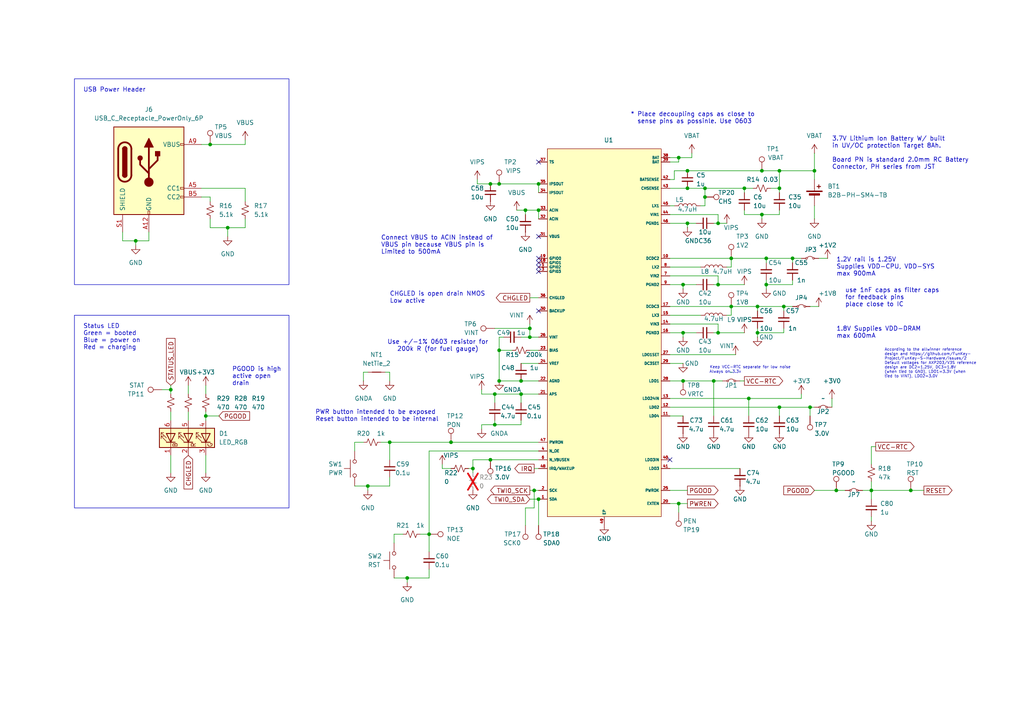
<source format=kicad_sch>
(kicad_sch (version 20250114) (generator "eeschema") (generator_version "9.0")
  (paper "A4")
  (lib_symbols
    (symbol "Connector:TestPoint" (pin_numbers (hide yes)) (pin_names (offset 0.762) (hide yes))
      (property "Reference" "TP" (at 0 6.858 0))
      (property "Value" "TestPoint" (at 0 5.08 0))
      (symbol "TestPoint_1_1"
        (pin passive line (at 0 0 90) (length 2.54) (name "1") (number "1"))
      )
    )
    (symbol "Connector:USB_C_Receptacle_PowerOnly_6P" (pin_names (offset 1.016))
      (property "Reference" "J5" (at 0 17.78 0))
      (property "Value" "USB_C_Receptacle_PowerOnly_6P" (at 0 15.24 0))
      (symbol "USB_C_Receptacle_PowerOnly_6P_1_1"
        (pin passive line (at -7.62 -17.78 90) (length 5.08) (name "SHIELD") (number "S1"))
        (pin passive line (at 0 -17.78 90) (length 5.08) (name "GND") (number "A12"))
        (pin passive line (at 0 -17.78 90) (length 5.08) (hide yes) (name "GND") (number "B12"))
        (pin passive line (at 15.24 7.62 180) (length 5.08) (name "VBUS") (number "A9"))
        (pin passive line (at 15.24 7.62 180) (length 5.08) (hide yes) (name "VBUS") (number "B9"))
        (pin bidirectional line (at 15.24 -5.08 180) (length 5.08) (name "CC1") (number "A5"))
        (pin bidirectional line (at 15.24 -7.62 180) (length 5.08) (name "CC2") (number "B5"))
      )
    )
    (symbol "Device:Battery_Cell" (pin_numbers (hide yes)) (pin_names (offset 0) (hide yes))
      (property "Reference" "BT" (at 2.54 2.54 0))
      (property "Value" "Battery_Cell" (at 2.54 0 0))
      (symbol "Battery_Cell_1_1"
        (pin passive line (at 0 5.08 270) (length 2.54) (name "+") (number "1"))
        (pin passive line (at 0 -2.54 90) (length 2.54) (name "-") (number "2"))
      )
    )
    (symbol "Device:C_Small" (pin_numbers (hide yes)) (pin_names (offset 0.254) (hide yes))
      (property "Reference" "C" (at 0.254 1.778 0))
      (property "Value" "C_Small" (at 0.254 -2.032 0))
      (symbol "C_Small_1_1"
        (pin passive line (at 0 2.54 270) (length 2.032) (name "~") (number "1"))
        (pin passive line (at 0 -2.54 90) (length 2.032) (name "~") (number "2"))
      )
    )
    (symbol "Device:L" (pin_numbers (hide yes)) (pin_names (offset 1.016) (hide yes))
      (property "Reference" "L" (at -1.27 0 90))
      (property "Value" "L" (at 1.905 0 90))
      (symbol "L_1_1"
        (pin passive line (at 0 3.81 270) (length 1.27) (name "1") (number "1"))
        (pin passive line (at 0 -3.81 90) (length 1.27) (name "2") (number "2"))
      )
    )
    (symbol "Device:LED_RGB" (pin_names (offset 0) (hide yes))
      (property "Reference" "D1" (at 1.2701 -8.89 90))
      (property "Value" "LED_RGB" (at -1.2699 -8.89 90))
      (symbol "LED_RGB_0_0"
        (text "B" (at -2.032 3.81 0) (effects (font (size 1.27 1.27))))
        (text "R" (at -2.032 -1.524 0) (effects (font (size 1.27 1.27))))
        (text "G" (at -2.032 -6.35 0) (effects (font (size 1.27 1.27))))
      )
      (symbol "LED_RGB_1_1"
        (pin passive line (at -5.08 5.08 0) (length 2.54) (name "RK") (number "1"))
        (pin passive line (at -5.08 0 0) (length 2.54) (name "GK") (number "2"))
        (pin passive line (at -5.08 -5.08 0) (length 2.54) (name "BK") (number "3"))
        (pin passive line (at 5.08 5.08 180) (length 2.54) (name "RA") (number "6"))
        (pin passive line (at 5.08 0 180) (length 2.54) (name "GA") (number "5"))
        (pin passive line (at 5.08 -5.08 180) (length 2.54) (name "BA") (number "4"))
      )
    )
    (symbol "Device:NetTie_2" (pin_numbers (hide yes)) (pin_names (offset 0) (hide yes)) (in_bom no)
      (property "Reference" "NT" (at 0 1.27 0))
      (property "Value" "NetTie_2" (at 0 -1.27 0))
      (symbol "NetTie_2_1_1"
        (pin passive line (at -2.54 0 0) (length 2.54) (name "1") (number "1"))
        (pin passive line (at 2.54 0 180) (length 2.54) (name "2") (number "2"))
      )
    )
    (symbol "Device:R_Small_US" (pin_numbers (hide yes)) (pin_names (offset 0.254) (hide yes))
      (property "Reference" "R" (at 0.762 0.508 0))
      (property "Value" "R_Small_US" (at 0.762 -1.016 0))
      (symbol "R_Small_US_1_1"
        (pin passive line (at 0 2.54 270) (length 1.016) (name "~") (number "1"))
        (pin passive line (at 0 -2.54 90) (length 1.016) (name "~") (number "2"))
      )
    )
    (symbol "Jumper:Jumper_2_Small_Bridged" (pin_numbers (hide yes)) (pin_names (offset 0) (hide yes)) (exclude_from_sim yes)
      (property "Reference" "JP" (at 0 2.032 0))
      (property "Value" "Jumper_2_Small_Bridged" (at 0 -2.286 0))
      (symbol "Jumper_2_Small_Bridged_1_1"
        (pin passive line (at -2.54 0 0) (length 1.27) (name "A") (number "1"))
        (pin passive line (at 2.54 0 180) (length 1.27) (name "B") (number "2"))
      )
    )
    (symbol "Switch:SW_Push" (pin_numbers (hide yes)) (pin_names (offset 1.016) (hide yes))
      (property "Reference" "SW" (at 1.27 2.54 0))
      (property "Value" "SW_Push" (at 0 -1.524 0))
      (symbol "SW_Push_0_1"
        (pin passive line (at -5.08 0 0) (length 2.54) (name "1") (number "1"))
        (pin passive line (at 5.08 0 180) (length 2.54) (name "2") (number "2"))
      )
    )
    (symbol "custom_chips:AXP203"
      (property "Reference" "U1" (at 0 58.42 0))
      (symbol "AXP203_1_1"
        (pin input line (at -19.05 49.53 0) (length 2.54) (name "TS") (number "37"))
        (pin power_out line (at -19.05 43.18 0) (length 2.54) (name "IPSOUT") (number "35"))
        (pin power_out line (at -19.05 40.64 0) (length 2.54) (name "IPSOUT") (number "34"))
        (pin power_in line (at -19.05 35.56 0) (length 2.54) (name "ACIN") (number "33"))
        (pin power_in line (at -19.05 33.02 0) (length 2.54) (name "ACIN") (number "32"))
        (pin power_in line (at -19.05 27.94 0) (length 2.54) (name "VBUS") (number "31"))
        (pin bidirectional line (at -19.05 21.59 0) (length 2.54) (name "GPIO0") (number "19"))
        (pin bidirectional line (at -19.05 20.32 0) (length 2.54) (name "GPIO1") (number "18"))
        (pin bidirectional line (at -19.05 19.05 0) (length 2.54) (name "GPI02") (number "5"))
        (pin bidirectional line (at -19.05 17.78 0) (length 2.54) (name "GPI03") (number "3"))
        (pin output line (at -19.05 10.16 0) (length 2.54) (name "CHGLED") (number "36"))
        (pin bidirectional line (at -19.05 6.35 0) (length 2.54) (name "BACKUP") (number "30"))
        (pin output line (at -19.05 -1.27 0) (length 2.54) (name "VINT") (number "26"))
        (pin bidirectional line (at -19.05 -5.08 0) (length 2.54) (name "BIAS") (number "23"))
        (pin output line (at -19.05 -8.89 0) (length 2.54) (name "VREF") (number "24"))
        (pin input line (at -19.05 -13.97 0) (length 2.54) (name "AGND") (number "22"))
        (pin power_in line (at -19.05 -17.78 0) (length 2.54) (name "APS") (number "21"))
        (pin input line (at -19.05 -31.75 0) (length 2.54) (name "PWRON") (number "47"))
        (pin input line (at -19.05 -34.29 0) (length 2.54) (name "N_OE") (number "4"))
        (pin input line (at -19.05 -36.83 0) (length 2.54) (name "N_VBUSEN") (number "6"))
        (pin bidirectional line (at -19.05 -39.37 0) (length 2.54) (name "IRQ/WAKEUP") (number "48"))
        (pin input line (at -19.05 -45.72 0) (length 2.54) (name "SCK") (number "2"))
        (pin bidirectional line (at -19.05 -48.26 0) (length 2.54) (name "SDA") (number "1"))
        (pin input line (at 0 -55.88 90) (length 2.54) (name "EP") (number "49"))
        (pin power_out line (at 19.05 50.8 180) (length 2.54) (name "BAT") (number "38"))
        (pin power_out line (at 19.05 49.53 180) (length 2.54) (name "BAT") (number "39"))
        (pin input line (at 19.05 44.45 180) (length 2.54) (name "BATSENSE") (number "42"))
        (pin input line (at 19.05 41.91 180) (length 2.54) (name "CHSENSE") (number "43"))
        (pin bidirectional line (at 19.05 36.83 180) (length 2.54) (name "LX1") (number "45"))
        (pin power_in line (at 19.05 34.29 180) (length 2.54) (name "VIN1") (number "44"))
        (pin power_in line (at 19.05 31.75 180) (length 2.54) (name "PGND1") (number "46"))
        (pin input line (at 19.05 21.59 180) (length 2.54) (name "DCDC2") (number "10"))
        (pin bidirectional line (at 19.05 19.05 180) (length 2.54) (name "LX2") (number "8"))
        (pin power_in line (at 19.05 16.51 180) (length 2.54) (name "VIN2") (number "7"))
        (pin power_in line (at 19.05 13.97 180) (length 2.54) (name "PGND2") (number "9"))
        (pin input line (at 19.05 7.62 180) (length 2.54) (name "DCDC3") (number "17"))
        (pin bidirectional line (at 19.05 5.08 180) (length 2.54) (name "LX3") (number "15"))
        (pin power_in line (at 19.05 2.54 180) (length 2.54) (name "VIN3") (number "14"))
        (pin power_in line (at 19.05 0 180) (length 2.54) (name "PGND3") (number "16"))
        (pin input line (at 19.05 -6.35 180) (length 2.54) (name "LDO1SET") (number "27"))
        (pin input line (at 19.05 -8.89 180) (length 2.54) (name "DC3SET") (number "29"))
        (pin power_out line (at 19.05 -13.97 180) (length 2.54) (name "LDO1") (number "28"))
        (pin power_in line (at 19.05 -19.05 180) (length 2.54) (name "LDO24IN") (number "13"))
        (pin power_out line (at 19.05 -21.59 180) (length 2.54) (name "LD02") (number "12"))
        (pin power_out line (at 19.05 -24.13 180) (length 2.54) (name "LD04") (number "11"))
        (pin power_in line (at 19.05 -36.83 180) (length 2.54) (name "LDO3IN") (number "40"))
        (pin power_out line (at 19.05 -39.37 180) (length 2.54) (name "LDO3") (number "41"))
        (pin open_collector line (at 19.05 -45.72 180) (length 2.54) (name "PWROK") (number "25"))
        (pin output line (at 19.05 -49.53 180) (length 2.54) (name "EXTEN") (number "20"))
      )
    )
    (symbol "custom_chips:VBAT" (power) (pin_numbers (hide yes)) (pin_names (offset 0) (hide yes))
      (property "Value" "VBAT" (at 0 5.08 0))
      (symbol "VBAT_1_1"
        (pin power_in line (at 0 0 90) (length 0) (name "~") (number "1"))
      )
    )
    (symbol "custom_chips:VINT" (power) (pin_numbers (hide yes)) (pin_names (offset 0) (hide yes))
      (property "Value" "VINT" (at 3.81 1.27 0))
      (symbol "VINT_1_1"
        (pin power_in line (at 0 0 90) (length 0) (name "~") (number "1"))
      )
    )
    (symbol "custom_chips:VIPS" (power) (pin_numbers (hide yes)) (pin_names (offset 0) (hide yes))
      (property "Value" "VIPS" (at 0 5.08 0))
      (symbol "VIPS_1_1"
        (pin power_in line (at 0 0 90) (length 0) (name "~") (number "1"))
      )
    )
    (symbol "power:+1V2" (power) (pin_numbers (hide yes)) (pin_names (offset 0) (hide yes))
      (property "Value" "+1V2" (at 0 3.556 0))
      (symbol "+1V2_1_1"
        (pin power_in line (at 0 0 90) (length 0) (name "~") (number "1"))
      )
    )
    (symbol "power:+1V8" (power) (pin_numbers (hide yes)) (pin_names (offset 0) (hide yes))
      (property "Value" "+1V8" (at 0 3.556 0))
      (symbol "+1V8_1_1"
        (pin power_in line (at 0 0 90) (length 0) (name "~") (number "1"))
      )
    )
    (symbol "power:+3V0" (power) (pin_numbers (hide yes)) (pin_names (offset 0) (hide yes))
      (property "Value" "+3V0" (at 0 3.556 0))
      (symbol "+3V0_1_1"
        (pin power_in line (at 0 0 90) (length 0) (name "~") (number "1"))
      )
    )
    (symbol "power:+3V3" (power) (pin_numbers (hide yes)) (pin_names (offset 0) (hide yes))
      (property "Value" "+3V3" (at 0 3.556 0))
      (symbol "+3V3_1_1"
        (pin power_in line (at 0 0 90) (length 0) (name "~") (number "1"))
      )
    )
    (symbol "power:GND" (power) (pin_numbers (hide yes)) (pin_names (offset 0) (hide yes))
      (property "Value" "GND" (at 0 -3.81 0))
      (symbol "GND_1_1"
        (pin power_in line (at 0 0 270) (length 0) (name "~") (number "1"))
      )
    )
    (symbol "power:GNDA" (power) (pin_numbers (hide yes)) (pin_names (offset 0) (hide yes))
      (property "Value" "GNDA" (at 0 -3.81 0))
      (symbol "GNDA_1_1"
        (pin power_in line (at 0 0 270) (length 0) (name "~") (number "1"))
      )
    )
    (symbol "power:VBUS" (power) (pin_numbers (hide yes)) (pin_names (offset 0) (hide yes))
      (property "Value" "VBUS" (at 0 3.556 0))
      (symbol "VBUS_1_1"
        (pin power_in line (at 0 0 90) (length 0) (name "~") (number "1"))
      )
    )
  )
  (rectangle (start 21.59 91.44) (end 83.82 147.32))
  (rectangle (start 21.59 22.86) (end 83.82 82.55))
  (text "1.2V rail is 1.25V\nSupplies VDD-CPU, VDD-SYS\nmax 900mA" (at 242.57 77.47 0) (effects (font (size 1.27 1.27) (thickness 0.1588)) (justify left)))
  (text "PWR button intended to be exposed\nReset button intended to be internal" (at 91.44 120.65 0) (effects (font (size 1.27 1.27) (thickness 0.1588)) (justify left)))
  (text "PGOOD is high\nactive open\ndrain" (at 67.31 109.22 0) (effects (font (size 1.27 1.27) (thickness 0.1588)) (justify left)))
  (text "Connect VBUS to ACIN instead of\nVBUS pin because VBUS pin is\nLimited to 500mA" (at 110.49 71.12 0) (effects (font (size 1.27 1.27) (thickness 0.1588)) (justify left)))
  (text "USB Power Header" (at 24.13 25.4 0) (effects (font (size 1.27 1.27)) (justify left top)))
  (text "CHGLED is open drain NMOS\nLow active" (at 113.03 86.36 0) (effects (font (size 1.27 1.27)) (justify left)))
  (text "use 1nF caps as filter caps\nfor feedback pins\nplace close to IC" (at 245.11 86.36 0) (effects (font (size 1.27 1.27) (thickness 0.1588)) (justify left)))
  (text "According to the allwinner reference\ndesign and https://github.com/FunKey-\nProject/FunKey-S-Hardware/issues/2\nDefault voltages for AXP203/V3S reference\ndesign are DC2=1.25V, DC3=1.8V\n(when tied to GND), LDO1=3.3V (when\ntied to VINT), LDO2=3.0V" (at 256.54 105.41 0) (effects (font (size 0.8 0.8) (thickness 0.1)) (justify left)))
  (text "3.7V Lithium Ion Battery W/ built\nin UV/OC protection Target 8Ah.\n\nBoard PN is standard 2.0mm RC Battery\nConnector, PH series from JST" (at 241.3 44.45 0) (effects (font (size 1.27 1.27) (thickness 0.1588)) (justify left)))
  (text "Always on 3.3v" (at 205.74 107.95 0) (effects (font (size 0.8 0.8) (thickness 0.1)) (justify left)))
  (text "Keep VCC-RTC separate for low noise" (at 205.8395 106.6313 0) (effects (font (size 0.8 0.8) (thickness 0.1)) (justify left)))
  (text "Use +/-1% 0603 resistor for\n200k R (for fuel gauge)" (at 127 100.33 0) (effects (font (size 1.27 1.27) (thickness 0.1588))))
  (text "Status LED\nGreen = booted\nBlue = power on\nRed = charging" (at 24.13 93.98 0) (effects (font (size 1.27 1.27)) (justify left top)))
  (text "* Place decoupling caps as close to\n  sense pins as possinle. Use 0603" (at 182.88 34.29 0) (effects (font (size 1.27 1.27) (thickness 0.1588)) (justify left)))
  (text "1.8V Supplies VDD-DRAM\nmax 600mA" (at 242.57 96.52 0) (effects (font (size 1.27 1.27) (thickness 0.1588)) (justify left)))
  (junction (at 144.78 110.49))
  (junction (at 66.04 66.04))
  (junction (at 208.28 96.52))
  (junction (at 196.85 45.72))
  (junction (at 208.28 82.55))
  (junction (at 199.39 49.53))
  (junction (at 199.39 64.77))
  (junction (at 153.67 95.25))
  (junction (at 198.12 96.52))
  (junction (at 215.9 54.61))
  (junction (at 220.98 49.53))
  (junction (at 204.47 54.61))
  (junction (at 220.98 62.23))
  (junction (at 156.21 144.78))
  (junction (at 229.87 74.93))
  (junction (at 151.13 110.49))
  (junction (at 204.47 57.15))
  (junction (at 143.51 114.3))
  (junction (at 227.33 88.9))
  (junction (at 113.03 128.27))
  (junction (at 49.53 113.03))
  (junction (at 130.81 128.27))
  (junction (at 236.22 49.53))
  (junction (at 196.85 146.05))
  (junction (at 226.06 118.11))
  (junction (at 219.71 88.9))
  (junction (at 144.78 101.6))
  (junction (at 154.94 142.24))
  (junction (at 222.25 74.93))
  (junction (at 264.16 142.24))
  (junction (at 207.01 110.49))
  (junction (at 137.16 135.89))
  (junction (at 212.09 88.9))
  (junction (at 39.37 69.85))
  (junction (at 226.06 54.61))
  (junction (at 144.78 53.34))
  (junction (at 59.69 120.65))
  (junction (at 143.51 123.19))
  (junction (at 60.96 41.91))
  (junction (at 152.4 60.96))
  (junction (at 234.95 118.11))
  (junction (at 153.67 97.79))
  (junction (at 199.39 54.61))
  (junction (at 242.57 142.24))
  (junction (at 106.68 140.97))
  (junction (at 156.21 60.96))
  (junction (at 212.09 74.93))
  (junction (at 151.13 114.3))
  (junction (at 208.28 64.77))
  (junction (at 142.24 133.35))
  (junction (at 118.11 167.64))
  (junction (at 124.46 154.94))
  (junction (at 226.06 49.53))
  (junction (at 142.24 53.34))
  (junction (at 217.17 115.57))
  (junction (at 252.73 142.24))
  (junction (at 156.21 53.34))
  (junction (at 198.12 82.55))
  (junction (at 219.71 96.52))
  (junction (at 222.25 82.55))
  (junction (at 198.12 110.49))
  (no_connect (at 156.21 68.58))
  (no_connect (at 156.21 90.17))
  (no_connect (at 156.21 46.99))
  (no_connect (at 156.21 76.2))
  (no_connect (at 156.21 77.47))
  (no_connect (at 194.31 133.35))
  (no_connect (at 156.21 78.74))
  (no_connect (at 156.21 74.93))
  (wire (pts (xy 220.98 62.23) (xy 226.06 62.23)))
  (wire (pts (xy 237.49 88.9) (xy 234.95 88.9)))
  (wire (pts (xy 49.53 132.08) (xy 49.53 137.16)))
  (wire (pts (xy 199.39 54.61) (xy 204.47 54.61)))
  (wire (pts (xy 195.58 49.53) (xy 199.39 49.53)))
  (wire (pts (xy 222.25 74.93) (xy 212.09 74.93)))
  (wire (pts (xy 195.58 49.53) (xy 195.58 52.07)))
  (wire (pts (xy 151.13 110.49) (xy 156.21 110.49)))
  (wire (pts (xy 194.31 74.93) (xy 212.09 74.93)))
  (wire (pts (xy 212.09 74.93) (xy 212.09 77.47)))
  (wire (pts (xy 138.43 52.07) (xy 138.43 53.34)))
  (wire (pts (xy 71.12 63.5) (xy 71.12 66.04)))
  (wire (pts (xy 204.47 57.15) (xy 204.47 54.61)))
  (wire (pts (xy 229.87 74.93) (xy 229.87 76.2)))
  (wire (pts (xy 139.7 124.46) (xy 139.7 123.19)))
  (wire (pts (xy 215.9 54.61) (xy 218.44 54.61)))
  (wire (pts (xy 208.28 96.52) (xy 207.01 96.52)))
  (wire (pts (xy 213.36 102.87) (xy 194.31 102.87)))
  (wire (pts (xy 105.41 110.49) (xy 105.41 107.95)))
  (wire (pts (xy 153.67 86.36) (xy 156.21 86.36)))
  (wire (pts (xy 49.53 119.38) (xy 49.53 121.92)))
  (wire (pts (xy 152.4 147.32) (xy 154.94 147.32)))
  (wire (pts (xy 102.87 128.27) (xy 105.41 128.27)))
  (wire (pts (xy 154.94 147.32) (xy 154.94 142.24)))
  (wire (pts (xy 199.39 64.77) (xy 201.93 64.77)))
  (wire (pts (xy 60.96 57.15) (xy 58.42 57.15)))
  (wire (pts (xy 146.05 97.79) (xy 144.78 97.79)))
  (wire (pts (xy 252.73 142.24) (xy 252.73 139.7)))
  (wire (pts (xy 226.06 54.61) (xy 223.52 54.61)))
  (wire (pts (xy 137.16 137.16) (xy 137.16 135.89)))
  (wire (pts (xy 198.12 82.55) (xy 201.93 82.55)))
  (wire (pts (xy 194.31 64.77) (xy 199.39 64.77)))
  (wire (pts (xy 194.31 45.72) (xy 196.85 45.72)))
  (wire (pts (xy 121.92 154.94) (xy 124.46 154.94)))
  (wire (pts (xy 151.13 114.3) (xy 151.13 116.84)))
  (wire (pts (xy 203.2 59.69) (xy 204.47 59.69)))
  (wire (pts (xy 200.66 45.72) (xy 196.85 45.72)))
  (wire (pts (xy 208.28 96.52) (xy 215.9 96.52)))
  (wire (pts (xy 59.69 111.76) (xy 59.69 114.3)))
  (wire (pts (xy 66.04 66.04) (xy 60.96 66.04)))
  (wire (pts (xy 113.03 128.27) (xy 113.03 133.35)))
  (wire (pts (xy 118.11 168.91) (xy 118.11 167.64)))
  (wire (pts (xy 154.94 135.89) (xy 156.21 135.89)))
  (wire (pts (xy 46.99 113.03) (xy 49.53 113.03)))
  (wire (pts (xy 219.71 96.52) (xy 227.33 96.52)))
  (wire (pts (xy 208.28 64.77) (xy 210.82 64.77)))
  (wire (pts (xy 124.46 130.81) (xy 124.46 154.94)))
  (wire (pts (xy 198.12 83.82) (xy 198.12 82.55)))
  (wire (pts (xy 240.03 74.93) (xy 237.49 74.93)))
  (wire (pts (xy 60.96 41.91) (xy 71.12 41.91)))
  (wire (pts (xy 227.33 88.9) (xy 219.71 88.9)))
  (wire (pts (xy 152.4 62.23) (xy 152.4 60.96)))
  (wire (pts (xy 203.2 77.47) (xy 194.31 77.47)))
  (wire (pts (xy 219.71 96.52) (xy 219.71 97.79)))
  (wire (pts (xy 137.16 133.35) (xy 142.24 133.35)))
  (wire (pts (xy 194.31 82.55) (xy 198.12 82.55)))
  (wire (pts (xy 229.87 88.9) (xy 227.33 88.9)))
  (wire (pts (xy 151.13 105.41) (xy 156.21 105.41)))
  (wire (pts (xy 106.68 142.24) (xy 106.68 140.97)))
  (wire (pts (xy 199.39 49.53) (xy 220.98 49.53)))
  (wire (pts (xy 199.39 64.77) (xy 199.39 66.04)))
  (wire (pts (xy 208.28 64.77) (xy 207.01 64.77)))
  (wire (pts (xy 39.37 69.85) (xy 43.18 69.85)))
  (wire (pts (xy 236.22 63.5) (xy 236.22 59.69)))
  (wire (pts (xy 227.33 95.25) (xy 227.33 96.52)))
  (wire (pts (xy 252.73 144.78) (xy 252.73 142.24)))
  (wire (pts (xy 59.69 120.65) (xy 63.5 120.65)))
  (wire (pts (xy 194.31 88.9) (xy 212.09 88.9)))
  (wire (pts (xy 43.18 69.85) (xy 43.18 67.31)))
  (wire (pts (xy 204.47 59.69) (xy 204.47 57.15)))
  (wire (pts (xy 198.12 97.79) (xy 198.12 96.52)))
  (wire (pts (xy 194.31 110.49) (xy 198.12 110.49)))
  (wire (pts (xy 156.21 144.78) (xy 156.21 152.4)))
  (wire (pts (xy 135.89 135.89) (xy 137.16 135.89)))
  (wire (pts (xy 234.95 118.11) (xy 236.22 118.11)))
  (wire (pts (xy 54.61 111.76) (xy 54.61 114.3)))
  (wire (pts (xy 234.95 120.65) (xy 234.95 118.11)))
  (wire (pts (xy 156.21 60.96) (xy 156.21 63.5)))
  (wire (pts (xy 196.85 46.99) (xy 196.85 45.72)))
  (wire (pts (xy 113.03 138.43) (xy 113.03 140.97)))
  (wire (pts (xy 217.17 115.57) (xy 232.41 115.57)))
  (wire (pts (xy 148.59 101.6) (xy 144.78 101.6)))
  (wire (pts (xy 137.16 135.89) (xy 137.16 133.35)))
  (wire (pts (xy 250.19 142.24) (xy 252.73 142.24)))
  (wire (pts (xy 66.04 66.04) (xy 66.04 68.58)))
  (wire (pts (xy 208.28 62.23) (xy 194.31 62.23)))
  (wire (pts (xy 229.87 74.93) (xy 222.25 74.93)))
  (wire (pts (xy 208.28 62.23) (xy 208.28 64.77)))
  (wire (pts (xy 208.28 93.98) (xy 208.28 96.52)))
  (wire (pts (xy 143.51 123.19) (xy 151.13 123.19)))
  (wire (pts (xy 194.31 118.11) (xy 226.06 118.11)))
  (wire (pts (xy 194.31 91.44) (xy 203.2 91.44)))
  (wire (pts (xy 124.46 167.64) (xy 118.11 167.64)))
  (wire (pts (xy 236.22 44.45) (xy 236.22 49.53)))
  (wire (pts (xy 227.33 88.9) (xy 227.33 90.17)))
  (wire (pts (xy 264.16 142.24) (xy 267.97 142.24)))
  (wire (pts (xy 143.51 95.25) (xy 153.67 95.25)))
  (wire (pts (xy 124.46 154.94) (xy 124.46 160.02)))
  (wire (pts (xy 220.98 63.5) (xy 220.98 62.23)))
  (wire (pts (xy 124.46 130.81) (xy 156.21 130.81)))
  (wire (pts (xy 153.67 95.25) (xy 153.67 97.79)))
  (wire (pts (xy 220.98 49.53) (xy 226.06 49.53)))
  (wire (pts (xy 118.11 167.64) (xy 114.3 167.64)))
  (wire (pts (xy 114.3 154.94) (xy 116.84 154.94)))
  (wire (pts (xy 236.22 49.53) (xy 236.22 52.07)))
  (wire (pts (xy 151.13 121.92) (xy 151.13 123.19)))
  (wire (pts (xy 194.31 46.99) (xy 196.85 46.99)))
  (wire (pts (xy 207.01 110.49) (xy 209.55 110.49)))
  (wire (pts (xy 226.06 49.53) (xy 226.06 54.61)))
  (wire (pts (xy 39.37 71.12) (xy 39.37 69.85)))
  (wire (pts (xy 59.69 119.38) (xy 59.69 120.65)))
  (wire (pts (xy 139.7 123.19) (xy 143.51 123.19)))
  (wire (pts (xy 124.46 165.1) (xy 124.46 167.64)))
  (wire (pts (xy 214.63 110.49) (xy 215.9 110.49)))
  (wire (pts (xy 113.03 107.95) (xy 113.03 110.49)))
  (wire (pts (xy 252.73 151.13) (xy 252.73 149.86)))
  (wire (pts (xy 114.3 157.48) (xy 114.3 154.94)))
  (wire (pts (xy 200.66 45.72) (xy 200.66 44.45)))
  (wire (pts (xy 139.7 114.3) (xy 143.51 114.3)))
  (wire (pts (xy 102.87 130.81) (xy 102.87 128.27)))
  (wire (pts (xy 49.53 111.76) (xy 49.53 113.03)))
  (wire (pts (xy 222.25 82.55) (xy 229.87 82.55)))
  (wire (pts (xy 196.85 146.05) (xy 199.39 146.05)))
  (wire (pts (xy 153.67 144.78) (xy 156.21 144.78)))
  (wire (pts (xy 194.31 120.65) (xy 198.12 120.65)))
  (wire (pts (xy 196.85 148.59) (xy 196.85 146.05)))
  (wire (pts (xy 226.06 49.53) (xy 236.22 49.53)))
  (wire (pts (xy 212.09 77.47) (xy 210.82 77.47)))
  (wire (pts (xy 143.51 114.3) (xy 143.51 116.84)))
  (wire (pts (xy 242.57 142.24) (xy 245.11 142.24)))
  (wire (pts (xy 254 129.54) (xy 252.73 129.54)))
  (wire (pts (xy 144.78 110.49) (xy 151.13 110.49)))
  (wire (pts (xy 236.22 142.24) (xy 242.57 142.24)))
  (wire (pts (xy 208.28 82.55) (xy 215.9 82.55)))
  (wire (pts (xy 212.09 91.44) (xy 210.82 91.44)))
  (wire (pts (xy 144.78 97.79) (xy 144.78 101.6)))
  (wire (pts (xy 156.21 53.34) (xy 156.21 55.88)))
  (wire (pts (xy 208.28 82.55) (xy 207.01 82.55)))
  (wire (pts (xy 252.73 142.24) (xy 264.16 142.24)))
  (wire (pts (xy 128.27 135.89) (xy 130.81 135.89)))
  (wire (pts (xy 49.53 113.03) (xy 49.53 114.3)))
  (wire (pts (xy 59.69 120.65) (xy 59.69 121.92)))
  (wire (pts (xy 219.71 95.25) (xy 219.71 96.52)))
  (wire (pts (xy 219.71 88.9) (xy 219.71 90.17)))
  (wire (pts (xy 199.39 142.24) (xy 194.31 142.24)))
  (wire (pts (xy 35.56 69.85) (xy 35.56 67.31)))
  (wire (pts (xy 144.78 101.6) (xy 144.78 110.49)))
  (wire (pts (xy 66.04 66.04) (xy 71.12 66.04)))
  (wire (pts (xy 194.31 135.89) (xy 214.63 135.89)))
  (wire (pts (xy 113.03 128.27) (xy 130.81 128.27)))
  (wire (pts (xy 153.67 142.24) (xy 154.94 142.24)))
  (wire (pts (xy 226.06 62.23) (xy 226.06 60.96)))
  (wire (pts (xy 143.51 114.3) (xy 151.13 114.3)))
  (wire (pts (xy 194.31 96.52) (xy 198.12 96.52)))
  (wire (pts (xy 151.13 114.3) (xy 156.21 114.3)))
  (wire (pts (xy 217.17 115.57) (xy 217.17 120.65)))
  (wire (pts (xy 222.25 83.82) (xy 222.25 82.55)))
  (wire (pts (xy 110.49 128.27) (xy 113.03 128.27)))
  (wire (pts (xy 232.41 74.93) (xy 229.87 74.93)))
  (wire (pts (xy 151.13 97.79) (xy 153.67 97.79)))
  (wire (pts (xy 139.7 114.3) (xy 139.7 113.03)))
  (wire (pts (xy 143.51 121.92) (xy 143.51 123.19)))
  (wire (pts (xy 153.67 97.79) (xy 156.21 97.79)))
  (wire (pts (xy 212.09 88.9) (xy 212.09 91.44)))
  (wire (pts (xy 207.01 110.49) (xy 207.01 120.65)))
  (wire (pts (xy 154.94 142.24) (xy 156.21 142.24)))
  (wire (pts (xy 222.25 81.28) (xy 222.25 82.55)))
  (wire (pts (xy 153.67 101.6) (xy 156.21 101.6)))
  (wire (pts (xy 130.81 128.27) (xy 156.21 128.27)))
  (wire (pts (xy 198.12 96.52) (xy 201.93 96.52)))
  (wire (pts (xy 105.41 107.95) (xy 106.68 107.95)))
  (wire (pts (xy 194.31 80.01) (xy 208.28 80.01)))
  (wire (pts (xy 215.9 62.23) (xy 220.98 62.23)))
  (wire (pts (xy 195.58 52.07) (xy 194.31 52.07)))
  (wire (pts (xy 138.43 53.34) (xy 142.24 53.34)))
  (wire (pts (xy 58.42 54.61) (xy 71.12 54.61)))
  (wire (pts (xy 196.85 146.05) (xy 194.31 146.05)))
  (wire (pts (xy 60.96 58.42) (xy 60.96 57.15)))
  (wire (pts (xy 208.28 80.01) (xy 208.28 82.55)))
  (wire (pts (xy 152.4 152.4) (xy 152.4 147.32)))
  (wire (pts (xy 204.47 54.61) (xy 215.9 54.61)))
  (wire (pts (xy 54.61 119.38) (xy 54.61 121.92)))
  (wire (pts (xy 226.06 118.11) (xy 234.95 118.11)))
  (wire (pts (xy 219.71 88.9) (xy 212.09 88.9)))
  (wire (pts (xy 232.41 114.3) (xy 232.41 115.57)))
  (wire (pts (xy 194.31 54.61) (xy 199.39 54.61)))
  (wire (pts (xy 59.69 132.08) (xy 59.69 137.16)))
  (wire (pts (xy 252.73 129.54) (xy 252.73 134.62)))
  (wire (pts (xy 241.3 115.57) (xy 241.3 118.11)))
  (wire (pts (xy 198.12 110.49) (xy 207.01 110.49)))
  (wire (pts (xy 106.68 140.97) (xy 102.87 140.97)))
  (wire (pts (xy 229.87 82.55) (xy 229.87 81.28)))
  (wire (pts (xy 60.96 66.04) (xy 60.96 63.5)))
  (wire (pts (xy 152.4 60.96) (xy 156.21 60.96)))
  (wire (pts (xy 222.25 74.93) (xy 222.25 76.2)))
  (wire (pts (xy 194.31 115.57) (xy 217.17 115.57)))
  (wire (pts (xy 194.31 93.98) (xy 208.28 93.98)))
  (wire (pts (xy 194.31 59.69) (xy 195.58 59.69)))
  (wire (pts (xy 142.24 53.34) (xy 144.78 53.34)))
  (wire (pts (xy 215.9 55.88) (xy 215.9 54.61)))
  (wire (pts (xy 142.24 133.35) (xy 156.21 133.35)))
  (wire (pts (xy 153.67 93.98) (xy 153.67 95.25)))
  (wire (pts (xy 149.86 60.96) (xy 152.4 60.96)))
  (wire (pts (xy 35.56 69.85) (xy 39.37 69.85)))
  (wire (pts (xy 111.76 107.95) (xy 113.03 107.95)))
  (wire (pts (xy 128.27 134.62) (xy 128.27 135.89)))
  (wire (pts (xy 144.78 53.34) (xy 156.21 53.34)))
  (wire (pts (xy 215.9 62.23) (xy 215.9 60.96)))
  (wire (pts (xy 226.06 55.88) (xy 226.06 54.61)))
  (wire (pts (xy 113.03 140.97) (xy 106.68 140.97)))
  (wire (pts (xy 194.31 105.41) (xy 198.12 105.41)))
  (wire (pts (xy 58.42 41.91) (xy 60.96 41.91)))
  (wire (pts (xy 226.06 118.11) (xy 226.06 120.65)))
  (wire (pts (xy 71.12 54.61) (xy 71.12 58.42)))
  (wire (pts (xy 71.12 41.91) (xy 71.12 40.64)))
  (global_label "TWI0_SCK" (shape output) (at 153.67 142.24 180) (effects (font (thickness 0.1588))) (property "Intersheetrefs" "${INTERSHEET_REFS}" (effects (hide yes))))
  (global_label "RESET" (shape output) (at 267.97 142.24 0) (effects (font (thickness 0.1588))) (property "Intersheetrefs" "${INTERSHEET_REFS}" (effects (hide yes))))
  (global_label "PGOOD" (shape input) (at 236.22 142.24 180) (effects (font (thickness 0.1588))) (property "Intersheetrefs" "${INTERSHEET_REFS}" (effects (hide yes))))
  (global_label "CHGLED" (shape input) (at 54.61 132.08 270) (effects (font (thickness 0.1588))) (property "Intersheetrefs" "${INTERSHEET_REFS}" (effects (hide yes))))
  (global_label "PGOOD" (shape input) (at 63.5 120.65 0) (effects (font (thickness 0.1588))) (property "Intersheetrefs" "${INTERSHEET_REFS}" (effects (hide yes))))
  (global_label "PGOOD" (shape output) (at 199.39 142.24 0) (effects (font (thickness 0.1588))) (property "Intersheetrefs" "${INTERSHEET_REFS}" (effects (hide yes))))
  (global_label "CHGLED" (shape output) (at 153.67 86.36 180) (effects (font (thickness 0.1588))) (property "Intersheetrefs" "${INTERSHEET_REFS}" (effects (hide yes))))
  (global_label "PWREN" (shape output) (at 199.39 146.05 0) (effects (font (thickness 0.1588))) (property "Intersheetrefs" "${INTERSHEET_REFS}" (effects (hide yes))))
  (global_label "TWI0_SDA" (shape bidirectional) (at 153.67 144.78 180) (property "Intersheetrefs" "${INTERSHEET_REFS}" (effects (hide yes))))
  (global_label "VCC-RTC" (shape output) (at 254 129.54 0) (effects (font (thickness 0.1588))) (property "Intersheetrefs" "${INTERSHEET_REFS}" (effects (hide yes))))
  (global_label "VCC-RTC" (shape output) (at 215.9 110.49 0) (effects (font (thickness 0.1588))) (property "Intersheetrefs" "${INTERSHEET_REFS}" (effects (hide yes))))
  (global_label "IRQ" (shape output) (at 154.94 135.89 180) (effects (font (thickness 0.1588))) (property "Intersheetrefs" "${INTERSHEET_REFS}" (effects (hide yes))))
  (global_label "STATUS_LED" (shape input) (at 49.53 111.76 90) (effects (font (thickness 0.1588))) (property "Intersheetrefs" "${INTERSHEET_REFS}" (effects (hide yes))))
  (symbol (lib_id "Connector:TestPoint") (at 212.09 88.9 0) (unit 1)
    (property "Reference" "TP4" (at 217.17 85.09 0) (effects (justify right)))
    (property "Value" "1V8" (at 217.17 87.63 0) (effects (justify right)))
    (property "Footprint" "TestPoint:TestPoint_Pad_D1.5mm" (effects (hide yes)))
    (property "Description" "test point" (effects (hide yes)))
  )
  (symbol (lib_id "Connector:USB_C_Receptacle_PowerOnly_6P") (at 43.18 49.53 0) (unit 1)
    (property "Reference" "J6" (at 43.18 31.75 0))
    (property "Value" "USB_C_Receptacle_PowerOnly_6P" (at 43.18 34.29 0))
    (property "Footprint" "Connector_USB:USB_C_Receptacle_GCT_USB4125-xx-x_6P_TopMnt_Horizontal" (effects (hide yes)))
    (property "Datasheet" "https://gct.co/files/specs/usb4125-spec.pdf" (effects (hide yes)))
    (property "Description" "USB-C (USB TYPE-C) Receptacle Connector 24 (6+18 Dummy) Position Surface Mount, Right Angle; Through Hole" (effects (hide yes)))
    (property "DPN" "USB4125-GF-A" (effects (hide yes)))
    (property "Distributor" "DigiKey" (effects (hide yes)))
  )
  (symbol (lib_id "Device:L") (at 207.01 91.44 90) (unit 1)
    (property "Reference" "L9" (at 212.09 92.71 90))
    (property "Value" "4.7uH" (at 207.01 92.456 90))
    (property "Footprint" "Inductor_SMD:L_TDK_SLF6045" (effects (hide yes)))
    (property "Datasheet" "https://mm.digikey.com/Volume0/opasdata/d220001/medias/docus/2180/SLF6045_Type.pdf" (effects (hide yes)))
    (property "Description" "Inductor" (effects (hide yes)))
    (property "DPN" "SLF6045T-4R7N2R4-3PF" (effects (hide yes)))
    (property "Distributor" "DigiKey" (effects (hide yes)))
  )
  (symbol (lib_id "Connector:TestPoint") (at 196.85 148.59 180) (unit 1)
    (property "Reference" "TP19" (at 198.12 153.67 0) (effects (justify right)))
    (property "Value" "PEN" (at 198.12 151.13 0) (effects (justify right)))
    (property "Footprint" "TestPoint:TestPoint_Pad_D1.5mm" (effects (hide yes)))
    (property "Description" "test point" (effects (hide yes)))
  )
  (symbol (lib_id "Jumper:Jumper_2_Small_Bridged") (at 238.76 118.11 0) (unit 1)
    (property "Reference" "JP2" (at 238.76 119.38 0))
    (property "Value" "~" (at 238.76 115.57 0))
    (property "Footprint" "Jumper:SolderJumper-2_P1.3mm_Open_Pad1.0x1.5mm" (effects (hide yes)))
    (property "Description" "Jumper, 2-pole, small symbol, bridged" (effects (hide yes)))
  )
  (symbol (lib_id "power:GND") (at 220.98 63.5 0) (unit 1)
    (property "Reference" "#PWR064" (effects (hide yes)))
    (property "Value" "GND" (at 220.98 68.58 0))
    (property "Description" "Power symbol creates a global label with name \"GND\" , ground" (effects (hide yes)))
  )
  (symbol (lib_id "Device:C_Small") (at 222.25 78.74 180) (unit 1)
    (property "Reference" "C54" (at 224.79 76.2 0))
    (property "Value" "10u" (at 224.79 81.28 0))
    (property "Footprint" "Capacitor_SMD:C_0805_2012Metric_Pad1.18x1.45mm_HandSolder" (effects (hide yes)))
    (property "Datasheet" "https://search.murata.co.jp/Ceramy/image/img/A01X/G101/ENG/GRM21BZ71E106KE15-01.pdf" (effects (hide yes)))
    (property "Description" "Unpolarized capacitor, small symbol" (effects (hide yes)))
    (property "DPN" "GRM21BZ71E106KE15L" (effects (hide yes)))
    (property "Distributor" "DigiKey" (effects (hide yes)))
  )
  (symbol (lib_id "Connector:TestPoint") (at 142.24 133.35 180) (unit 1)
    (property "Reference" "TP16" (at 143.51 135.89 0) (effects (justify right)))
    (property "Value" "3.0V" (at 143.51 138.43 0) (effects (justify right)))
    (property "Footprint" "TestPoint:TestPoint_Pad_D1.5mm" (effects (hide yes)))
    (property "Description" "test point" (effects (hide yes)))
  )
  (symbol (lib_id "Device:C_Small") (at 143.51 119.38 0) (unit 1)
    (property "Reference" "C44" (at 147.32 118.11 0))
    (property "Value" "4.7u" (at 147.32 120.65 0))
    (property "Footprint" "Capacitor_SMD:C_0805_2012Metric_Pad1.18x1.45mm_HandSolder" (effects (hide yes)))
    (property "Datasheet" "https://search.murata.co.jp/Ceramy/image/img/A01X/G101/ENG/GRM21BZ71H475ME15-01.pdf" (effects (hide yes)))
    (property "Description" "Unpolarized capacitor, small symbol" (effects (hide yes)))
    (property "DPN" "GRM21BZ71H475ME15K" (effects (hide yes)))
    (property "Distributor" "DigiKey" (effects (hide yes)))
  )
  (symbol (lib_id "Device:C_Small") (at 227.33 92.71 180) (unit 1)
    (property "Reference" "C57" (at 229.87 90.17 0))
    (property "Value" "1n" (at 229.87 95.25 0))
    (property "Footprint" "Capacitor_SMD:C_0603_1608Metric_Pad1.08x0.95mm_HandSolder" (effects (hide yes)))
    (property "Datasheet" "https://search.murata.co.jp/Ceramy/image/img/A01X/G101/ENG/GRM1885C1H102JA01-01.pdf" (effects (hide yes)))
    (property "Description" "Unpolarized capacitor, small symbol" (effects (hide yes)))
    (property "DPN" "GRM1885C1H102JA01D" (effects (hide yes)))
    (property "Distributor" "DigiKey" (effects (hide yes)))
  )
  (symbol (lib_id "custom_chips:VIPS") (at 128.27 134.62 0) (unit 1)
    (property "Reference" "#PWR045" (effects (hide yes)))
    (property "Value" "VIPS" (at 130.81 132.08 0))
    (property "Description" "Power symbol creates a global label with name \"VISP\"" (effects (hide yes)))
  )
  (symbol (lib_id "Device:C_Small") (at 199.39 52.07 0) (unit 1)
    (property "Reference" "C5" (at 201.93 50.8062 0) (effects (justify left)))
    (property "Value" "1u" (at 201.93 53.3462 0) (effects (justify left)))
    (property "Footprint" "Capacitor_SMD:C_0603_1608Metric_Pad1.08x0.95mm_HandSolder" (effects (hide yes)))
    (property "Datasheet" "https://search.murata.co.jp/Ceramy/image/img/A01X/G101/ENG/GCM188R71E105KA64-04A.pdf" (effects (hide yes)))
    (property "Description" "Unpolarized capacitor, small symbol" (effects (hide yes)))
    (property "DPN" "GCM188R71E105KA64D" (effects (hide yes)))
    (property "Distributor" "DigiKey" (effects (hide yes)))
  )
  (symbol (lib_id "power:GND") (at 198.12 105.41 0) (unit 1)
    (property "Reference" "#PWR087" (effects (hide yes)))
    (property "Value" "GND" (at 200.66 105.41 0))
    (property "Description" "Power symbol creates a global label with name \"GND\" , ground" (effects (hide yes)))
  )
  (symbol (lib_id "Device:C_Small") (at 207.01 123.19 180) (unit 1)
    (property "Reference" "C61" (at 210.82 121.92 0))
    (property "Value" "4.7u" (at 210.82 124.46 0))
    (property "Footprint" "Capacitor_SMD:C_0805_2012Metric_Pad1.18x1.45mm_HandSolder" (effects (hide yes)))
    (property "Datasheet" "https://search.murata.co.jp/Ceramy/image/img/A01X/G101/ENG/GRM21BZ71H475ME15-01.pdf" (effects (hide yes)))
    (property "Description" "Unpolarized capacitor, small symbol" (effects (hide yes)))
    (property "DPN" "GRM21BZ71H475ME15K" (effects (hide yes)))
    (property "Distributor" "DigiKey" (effects (hide yes)))
  )
  (symbol (lib_id "Switch:SW_Push") (at 114.3 162.56 90) (unit 1)
    (property "Reference" "SW2" (at 106.68 161.29 90) (effects (justify right)))
    (property "Value" "RST" (at 106.68 163.83 90) (effects (justify right)))
    (property "Footprint" "Button_Switch_SMD:SW_SPST_PTS647_Sx38" (effects (hide yes)))
    (property "Datasheet" "https://www.ckswitches.com/media/2567/pts647.pdf" (effects (hide yes)))
    (property "Description" "Push button switch, generic, two pins" (effects (hide yes)))
    (property "DPN" "Y97KT23B5NAFP" (effects (hide yes)))
    (property "Distributor" "DigiKey" (effects (hide yes)))
  )
  (symbol (lib_id "power:GND") (at 217.17 125.73 0) (unit 1)
    (property "Reference" "#PWR085" (effects (hide yes)))
    (property "Value" "GND" (at 217.17 129.54 0))
    (property "Description" "Power symbol creates a global label with name \"GND\" , ground" (effects (hide yes)))
  )
  (symbol (lib_id "custom_chips:VIPS") (at 215.9 82.55 0) (mirror y) (unit 1)
    (property "Reference" "#PWR070" (effects (hide yes)))
    (property "Value" "VIPS" (at 215.9 78.74 0))
    (property "Description" "Power symbol creates a global label with name \"VISP\"" (effects (hide yes)))
  )
  (symbol (lib_id "Jumper:Jumper_2_Small_Bridged") (at 232.41 88.9 0) (unit 1)
    (property "Reference" "JP4" (at 232.41 86.36 0))
    (property "Value" "~" (at 232.41 86.36 0))
    (property "Footprint" "Jumper:SolderJumper-2_P1.3mm_Open_Pad1.0x1.5mm" (effects (hide yes)))
    (property "Description" "Jumper, 2-pole, small symbol, bridged" (effects (hide yes)))
  )
  (symbol (lib_id "power:GND") (at 113.03 110.49 0) (unit 1)
    (property "Reference" "#PWR0102" (effects (hide yes)))
    (property "Value" "GND" (at 113.03 115.57 0))
    (property "Description" "Power symbol creates a global label with name \"GND\" , ground" (effects (hide yes)))
  )
  (symbol (lib_id "Device:C_Small") (at 204.47 64.77 270) (unit 1)
    (property "Reference" "C36" (at 204.47 69.85 90))
    (property "Value" "10u" (at 204.47 67.31 90))
    (property "Footprint" "Capacitor_SMD:C_0805_2012Metric_Pad1.18x1.45mm_HandSolder" (effects (hide yes)))
    (property "Datasheet" "https://search.murata.co.jp/Ceramy/image/img/A01X/G101/ENG/GRM21BZ71E106KE15-01.pdf" (effects (hide yes)))
    (property "Description" "Unpolarized capacitor, small symbol" (effects (hide yes)))
    (property "DPN" "GRM21BZ71E106KE15L" (effects (hide yes)))
    (property "Distributor" "DigiKey" (effects (hide yes)))
  )
  (symbol (lib_id "Connector:TestPoint") (at 234.95 120.65 180) (unit 1)
    (property "Reference" "TP7" (at 236.22 123.19 0) (effects (justify right)))
    (property "Value" "3.0V" (at 236.22 125.73 0) (effects (justify right)))
    (property "Footprint" "TestPoint:TestPoint_Pad_D1.5mm" (effects (hide yes)))
    (property "Description" "test point" (effects (hide yes)))
  )
  (symbol (lib_id "Connector:TestPoint") (at 144.78 53.34 0) (unit 1)
    (property "Reference" "TP2" (at 149.86 46.99 0) (effects (justify right)))
    (property "Value" "VIPS" (at 151.13 49.53 0) (effects (justify right)))
    (property "Footprint" "TestPoint:TestPoint_Pad_D1.5mm" (effects (hide yes)))
    (property "Description" "test point" (effects (hide yes)))
  )
  (symbol (lib_id "power:GNDA") (at 105.41 110.49 0) (unit 1)
    (property "Reference" "#PWR0101" (effects (hide yes)))
    (property "Value" "GNDA" (at 105.41 115.57 0))
    (property "Description" "Power symbol creates a global label with name \"GNDA\" , analog ground" (effects (hide yes)))
  )
  (symbol (lib_id "Device:R_Small_US") (at 59.69 116.84 0) (unit 1)
    (property "Reference" "R19" (at 74.93 115.57 0))
    (property "Value" "470" (at 74.93 118.11 0))
    (property "Footprint" "Resistor_SMD:R_0603_1608Metric_Pad0.98x0.95mm_HandSolder" (effects (hide yes)))
    (property "Datasheet" "https://www.yageogroup.com/content/datasheet/asset/file/PYU-RC_GROUP_51_ROHS_L" (effects (hide yes)))
    (property "Description" "Resistor, small US symbol" (effects (hide yes)))
    (property "DPN" "RC0603FR-10470RL" (effects (hide yes)))
    (property "Distributor" "DigiKey" (effects (hide yes)))
  )
  (symbol (lib_id "custom_chips:VBAT") (at 236.22 44.45 0) (unit 1)
    (property "Reference" "#PWR029" (effects (hide yes)))
    (property "Value" "VBAT" (at 236.22 39.37 0))
    (property "Description" "Power symbol creates a global label with name \"VBAT\"" (effects (hide yes)))
  )
  (symbol (lib_id "Device:L") (at 199.39 59.69 90) (unit 1)
    (property "Reference" "L5" (at 197.104 57.912 90))
    (property "Value" "4.7uH" (at 199.39 60.706 90))
    (property "Footprint" "Inductor_SMD:L_TDK_SLF6045" (effects (hide yes)))
    (property "Datasheet" "https://mm.digikey.com/Volume0/opasdata/d220001/medias/docus/2180/SLF6045_Type.pdf" (effects (hide yes)))
    (property "Description" "Inductor" (effects (hide yes)))
    (property "DPN" "SLF6045T-4R7N2R4-3PF" (effects (hide yes)))
    (property "Distributor" "DigiKey" (effects (hide yes)))
  )
  (symbol (lib_id "Device:C_Small") (at 151.13 107.95 0) (unit 1)
    (property "Reference" "C48" (at 147.32 106.68 0))
    (property "Value" "1u" (at 154.94 106.68 0))
    (property "Footprint" "Capacitor_SMD:C_0603_1608Metric_Pad1.08x0.95mm_HandSolder" (effects (hide yes)))
    (property "Datasheet" "https://search.murata.co.jp/Ceramy/image/img/A01X/G101/ENG/GCM188R71E105KA64-04A.pdf" (effects (hide yes)))
    (property "Description" "Unpolarized capacitor, small symbol" (effects (hide yes)))
    (property "DPN" "GCM188R71E105KA64D" (effects (hide yes)))
    (property "Distributor" "DigiKey" (effects (hide yes)))
  )
  (symbol (lib_id "Device:Battery_Cell") (at 236.22 57.15 0) (unit 1)
    (property "Reference" "BT1" (at 240.03 54.0384 0) (effects (justify left)))
    (property "Value" "B2B-PH-SM4-TB" (at 240.03 56.5784 0) (effects (justify left)))
    (property "Footprint" "Connector_JST:JST_PH_B2B-PH-SM4-TB_1x02-1MP_P2.00mm_Vertical" (effects (hide yes)))
    (property "Description" "Single-cell battery" (effects (hide yes)))
    (property "DPN" "B2B-PH-SM4-TB" (effects (hide yes)))
    (property "Distributor" "DigiKey" (effects (hide yes)))
  )
  (symbol (lib_id "custom_chips:VIPS") (at 215.9 96.52 0) (mirror y) (unit 1)
    (property "Reference" "#PWR071" (effects (hide yes)))
    (property "Value" "VIPS" (at 215.9 92.71 0))
    (property "Description" "Power symbol creates a global label with name \"VISP\"" (effects (hide yes)))
  )
  (symbol (lib_id "Connector:TestPoint") (at 156.21 152.4 180) (unit 1)
    (property "Reference" "TP18" (at 157.48 154.94 0) (effects (justify right)))
    (property "Value" "SDA0" (at 157.48 157.48 0) (effects (justify right)))
    (property "Footprint" "TestPoint:TestPoint_Pad_D1.5mm" (effects (hide yes)))
    (property "Description" "test point" (effects (hide yes)))
  )
  (symbol (lib_id "Jumper:Jumper_2_Small_Bridged") (at 234.95 74.93 0) (unit 1)
    (property "Reference" "JP3" (at 235.1048 72.39 0))
    (property "Value" "~" (at 234.95 72.39 0))
    (property "Footprint" "Jumper:SolderJumper-2_P1.3mm_Open_Pad1.0x1.5mm" (effects (hide yes)))
    (property "Description" "Jumper, 2-pole, small symbol, bridged" (effects (hide yes)))
  )
  (symbol (lib_id "Connector:TestPoint") (at 46.99 113.03 90) (unit 1)
    (property "Reference" "TP11" (at 41.91 114.3 90) (effects (justify left)))
    (property "Value" "STAT" (at 41.91 111.76 90) (effects (justify left)))
    (property "Footprint" "TestPoint:TestPoint_Pad_D1.5mm" (effects (hide yes)))
    (property "Description" "test point" (effects (hide yes)))
  )
  (symbol (lib_id "Device:R_Small_US") (at 71.12 60.96 0) (unit 1)
    (property "Reference" "R17" (at 73.66 59.6899 0) (effects (justify left)))
    (property "Value" "5.1k" (at 73.66 62.2299 0) (effects (justify left)))
    (property "Footprint" "Resistor_SMD:R_0603_1608Metric_Pad0.98x0.95mm_HandSolder" (effects (hide yes)))
    (property "Datasheet" "https://www.yageogroup.com/content/datasheet/asset/file/PYU-RC_GROUP_51_ROHS_L" (effects (hide yes)))
    (property "Description" "Resistor, small US symbol" (effects (hide yes)))
    (property "DPN" "RC0603FR-075K1L" (effects (hide yes)))
    (property "Distributor" "DigiKey" (effects (hide yes)))
  )
  (symbol (lib_id "Device:R_Small_US") (at 151.13 101.6 90) (unit 1)
    (property "Reference" "R15" (at 148.59 102.87 90))
    (property "Value" "200k" (at 154.94 102.87 90))
    (property "Footprint" "Resistor_SMD:R_0603_1608Metric_Pad0.98x0.95mm_HandSolder" (effects (hide yes)))
    (property "Datasheet" "https://www.yageogroup.com/content/datasheet/asset/file/PYU-RC_GROUP_51_ROHS_L" (effects (hide yes)))
    (property "Description" "Resistor, small US symbol" (effects (hide yes)))
    (property "DPN" "RC0603FR-07200KL" (effects (hide yes)))
    (property "Distributor" "DigiKey" (effects (hide yes)))
  )
  (symbol (lib_id "Device:C_Small") (at 204.47 96.52 90) (unit 1)
    (property "Reference" "C43" (at 204.47 99.06 90))
    (property "Value" "10u" (at 204.47 101.6 90))
    (property "Footprint" "Capacitor_SMD:C_0805_2012Metric_Pad1.18x1.45mm_HandSolder" (effects (hide yes)))
    (property "Datasheet" "https://search.murata.co.jp/Ceramy/image/img/A01X/G101/ENG/GRM21BZ71E106KE15-01.pdf" (effects (hide yes)))
    (property "Description" "Unpolarized capacitor, small symbol" (effects (hide yes)))
    (property "DPN" "GRM21BZ71E106KE15L" (effects (hide yes)))
    (property "Distributor" "DigiKey" (effects (hide yes)))
  )
  (symbol (lib_id "power:GND") (at 199.39 66.04 0) (unit 1)
    (property "Reference" "#PWR065" (effects (hide yes)))
    (property "Value" "GND" (at 200.66 69.85 0))
    (property "Description" "Power symbol creates a global label with name \"GND\" , ground" (effects (hide yes)))
  )
  (symbol (lib_id "Device:C_Small") (at 219.71 92.71 180) (unit 1)
    (property "Reference" "C56" (at 222.25 90.17 0))
    (property "Value" "10u" (at 222.25 95.25 0))
    (property "Footprint" "Capacitor_SMD:C_0805_2012Metric_Pad1.18x1.45mm_HandSolder" (effects (hide yes)))
    (property "Datasheet" "https://search.murata.co.jp/Ceramy/image/img/A01X/G101/ENG/GRM21BZ71E106KE15-01.pdf" (effects (hide yes)))
    (property "Description" "Unpolarized capacitor, small symbol" (effects (hide yes)))
    (property "DPN" "GRM21BZ71E106KE15L" (effects (hide yes)))
    (property "Distributor" "DigiKey" (effects (hide yes)))
  )
  (symbol (lib_id "power:GND") (at 214.63 140.97 0) (unit 1)
    (property "Reference" "#PWR093" (effects (hide yes)))
    (property "Value" "GND" (at 214.63 144.78 0))
    (property "Description" "Power symbol creates a global label with name \"GND\" , ground" (effects (hide yes)))
  )
  (symbol (lib_id "Device:R_Small_US") (at 119.38 154.94 90) (unit 1)
    (property "Reference" "R21" (at 116.84 152.4 90))
    (property "Value" "1k" (at 121.92 152.4 90))
    (property "Footprint" "Resistor_SMD:R_0603_1608Metric_Pad0.98x0.95mm_HandSolder" (effects (hide yes)))
    (property "Datasheet" "https://www.yageogroup.com/content/datasheet/asset/file/PYU-RC_GROUP_51_ROHS_L" (effects (hide yes)))
    (property "Description" "Resistor, small US symbol" (effects (hide yes)))
    (property "DPN" "RC0603FR-101KL" (effects (hide yes)))
    (property "Distributor" "DigiKey" (effects (hide yes)))
  )
  (symbol (lib_id "Device:C_Small") (at 217.17 123.19 180) (unit 1)
    (property "Reference" "C62" (at 220.98 121.92 0))
    (property "Value" "10u" (at 220.98 124.46 0))
    (property "Footprint" "Capacitor_SMD:C_0805_2012Metric_Pad1.18x1.45mm_HandSolder" (effects (hide yes)))
    (property "Datasheet" "https://search.murata.co.jp/Ceramy/image/img/A01X/G101/ENG/GRM21BZ71E106KE15-01.pdf" (effects (hide yes)))
    (property "Description" "Unpolarized capacitor, small symbol" (effects (hide yes)))
    (property "DPN" "GRM21BZ71E106KE15L" (effects (hide yes)))
    (property "Distributor" "DigiKey" (effects (hide yes)))
  )
  (symbol (lib_id "Device:LED_RGB") (at 54.61 127 90) (unit 1)
    (property "Reference" "D1" (at 63.5 125.7299 90) (effects (justify right)))
    (property "Value" "LED_RGB" (at 63.5 128.2699 90) (effects (justify right)))
    (property "Footprint" "BackupCamCustomParts:RGB_LED IN-S66TFT5R5G5B" (effects (hide yes)))
    (property "Datasheet" "https://www.inolux-corp.com/datasheet/SMDLED/RGB%20Top%20View/IN-S66TFT5R5G5B_V1.0.pdf" (effects (hide yes)))
    (property "Description" "RGB LED, 6 pin package" (effects (hide yes)))
    (property "DPN" "IN-S66TFT5R5G5B" (effects (hide yes)))
    (property "Distributor" "DigiKey" (effects (hide yes)))
  )
  (symbol (lib_id "power:GND") (at 219.71 97.79 0) (unit 1)
    (property "Reference" "#PWR080" (effects (hide yes)))
    (property "Value" "GND" (at 222.25 97.79 0))
    (property "Description" "Power symbol creates a global label with name \"GND\" , ground" (effects (hide yes)))
  )
  (symbol (lib_id "power:+1V2") (at 240.03 74.93 0) (unit 1)
    (property "Reference" "#PWR031" (effects (hide yes)))
    (property "Value" "+1V2" (at 240.03 71.12 0))
    (property "Description" "Power symbol creates a global label with name \"+1V2\"" (effects (hide yes)))
  )
  (symbol (lib_id "power:GND") (at 198.12 125.73 0) (unit 1)
    (property "Reference" "#PWR091" (effects (hide yes)))
    (property "Value" "GND" (at 198.12 129.54 0))
    (property "Description" "Power symbol creates a global label with name \"GND\" , ground" (effects (hide yes)))
  )
  (symbol (lib_id "Jumper:Jumper_2_Small_Bridged") (at 247.65 142.24 0) (unit 1)
    (property "Reference" "JP7" (at 247.65 143.51 0))
    (property "Value" "~" (at 247.65 139.7 0))
    (property "Footprint" "Jumper:SolderJumper-2_P1.3mm_Open_Pad1.0x1.5mm" (effects (hide yes)))
    (property "Description" "Jumper, 2-pole, small symbol, bridged" (effects (hide yes)))
  )
  (symbol (lib_id "power:+1V8") (at 237.49 88.9 0) (unit 1)
    (property "Reference" "#PWR036" (effects (hide yes)))
    (property "Value" "+1V8" (at 240.03 85.09 0))
    (property "Description" "Power symbol creates a global label with name \"+1V8\"" (effects (hide yes)))
  )
  (symbol (lib_id "power:+3V0") (at 241.3 115.57 0) (unit 1)
    (property "Reference" "#PWR041" (effects (hide yes)))
    (property "Value" "+3V0" (at 241.3 110.49 0))
    (property "Description" "Power symbol creates a global label with name \"+3V0\"" (effects (hide yes)))
  )
  (symbol (lib_id "Device:C_Small") (at 113.03 135.89 0) (unit 1)
    (property "Reference" "C59" (at 116.84 134.62 0))
    (property "Value" "0.1u" (at 116.84 137.16 0))
    (property "Footprint" "Capacitor_SMD:C_0603_1608Metric_Pad1.08x0.95mm_HandSolder" (effects (hide yes)))
    (property "Datasheet" "https://search.murata.co.jp/Ceramy/image/img/A01X/G101/ENG/GRM188R72A104KA35-01.pdf" (effects (hide yes)))
    (property "Description" "Unpolarized capacitor, small symbol" (effects (hide yes)))
    (property "DPN" "GRM188R72A104KA35D" (effects (hide yes)))
    (property "Distributor" "DigiKey" (effects (hide yes)))
  )
  (symbol (lib_id "power:GND") (at 236.22 63.5 0) (unit 1)
    (property "Reference" "#PWR079" (effects (hide yes)))
    (property "Value" "GND" (at 236.22 68.58 0))
    (property "Description" "Power symbol creates a global label with name \"GND\" , ground" (effects (hide yes)))
  )
  (symbol (lib_id "Device:NetTie_2") (at 109.22 107.95 0) (unit 1) (in_bom no)
    (property "Reference" "NT1" (at 109.22 102.87 0))
    (property "Value" "NetTie_2" (at 109.22 105.41 0))
    (property "Footprint" "NetTie:NetTie-2_SMD_Pad0.5mm" (effects (hide yes)))
    (property "Description" "Net tie, 2 pins" (effects (hide yes)))
  )
  (symbol (lib_id "custom_chips:AXP203") (at 175.26 96.52 0) (unit 1)
    (property "Reference" "U1" (at 176.53 40.64 0))
    (property "Value" "AXP203" (effects (hide yes)))
    (property "Footprint" "Package_DFN_QFN:QFN-48-1EP_6x6mm_P0.4mm_EP4.2x4.2mm" (effects (hide yes)))
    (property "Datasheet" "https://linux-sunxi.org/images/a/aa/Allwinner_AXP203_Datasheet_V1.0.pdf" (effects (hide yes)))
    (property "Description" "PMIC Chip" (effects (hide yes)))
    (property "Distributor" "AliExpress" (effects (hide yes)))
  )
  (symbol (lib_id "custom_chips:VIPS") (at 139.7 113.03 0) (unit 1)
    (property "Reference" "#PWR032" (effects (hide yes)))
    (property "Value" "VIPS" (at 138.43 109.22 0))
    (property "Description" "Power symbol creates a global label with name \"VISP\"" (effects (hide yes)))
  )
  (symbol (lib_id "Device:R_Small_US") (at 54.61 116.84 0) (unit 1)
    (property "Reference" "R28" (at 69.85 115.57 0))
    (property "Value" "470" (at 69.85 118.11 0))
    (property "Footprint" "Resistor_SMD:R_0603_1608Metric_Pad0.98x0.95mm_HandSolder" (effects (hide yes)))
    (property "Datasheet" "https://www.yageogroup.com/content/datasheet/asset/file/PYU-RC_GROUP_51_ROHS_L" (effects (hide yes)))
    (property "Description" "Resistor, small US symbol" (effects (hide yes)))
    (property "DPN" "RC0603FR-10470RL" (effects (hide yes)))
    (property "Distributor" "DigiKey" (effects (hide yes)))
  )
  (symbol (lib_id "Connector:TestPoint") (at 143.51 95.25 90) (unit 1)
    (property "Reference" "TP6" (at 134.62 93.98 90) (effects (justify right)))
    (property "Value" "VINT" (at 134.62 96.52 90) (effects (justify right)))
    (property "Footprint" "TestPoint:TestPoint_Pad_D1.5mm" (effects (hide yes)))
    (property "Description" "test point" (effects (hide yes)))
  )
  (symbol (lib_id "Device:R_Small_US") (at 60.96 60.96 0) (unit 1)
    (property "Reference" "R16" (at 63.5 59.6899 0) (effects (justify left)))
    (property "Value" "5.1k" (at 63.5 62.2299 0) (effects (justify left)))
    (property "Footprint" "Resistor_SMD:R_0603_1608Metric_Pad0.98x0.95mm_HandSolder" (effects (hide yes)))
    (property "Datasheet" "https://www.yageogroup.com/content/datasheet/asset/file/PYU-RC_GROUP_51_ROHS_L" (effects (hide yes)))
    (property "Description" "Resistor, small US symbol" (effects (hide yes)))
    (property "DPN" "RC0603FR-075K1L" (effects (hide yes)))
    (property "Distributor" "DigiKey" (effects (hide yes)))
  )
  (symbol (lib_id "power:GND") (at 175.26 152.4 0) (unit 1)
    (property "Reference" "#PWR081" (effects (hide yes)))
    (property "Value" "GND" (at 175.26 156.21 0))
    (property "Description" "Power symbol creates a global label with name \"GND\" , ground" (effects (hide yes)))
  )
  (symbol (lib_id "Jumper:Jumper_2_Small_Bridged") (at 212.09 110.49 0) (unit 1)
    (property "Reference" "JP1" (at 212.09 111.76 0))
    (property "Value" "~" (at 212.09 107.95 0))
    (property "Footprint" "Jumper:SolderJumper-2_P1.3mm_Open_Pad1.0x1.5mm" (effects (hide yes)))
    (property "Description" "Jumper, 2-pole, small symbol, bridged" (effects (hide yes)))
  )
  (symbol (lib_id "power:GND") (at 142.24 58.42 0) (unit 1)
    (property "Reference" "#PWR083" (effects (hide yes)))
    (property "Value" "GND" (at 142.24 63.5 0))
    (property "Description" "Power symbol creates a global label with name \"GND\" , ground" (effects (hide yes)))
  )
  (symbol (lib_id "Device:R_Small_US") (at 49.53 116.84 0) (unit 1)
    (property "Reference" "R29" (at 64.77 115.57 0))
    (property "Value" "470" (at 64.77 118.11 0))
    (property "Footprint" "Resistor_SMD:R_0603_1608Metric_Pad0.98x0.95mm_HandSolder" (effects (hide yes)))
    (property "Datasheet" "https://www.yageogroup.com/content/datasheet/asset/file/PYU-RC_GROUP_51_ROHS_L" (effects (hide yes)))
    (property "Description" "Resistor, small US symbol" (effects (hide yes)))
    (property "DPN" "RC0603FR-10470RL" (effects (hide yes)))
    (property "Distributor" "DigiKey" (effects (hide yes)))
  )
  (symbol (lib_id "Device:C_Small") (at 204.47 82.55 90) (unit 1)
    (property "Reference" "C42" (at 204.47 85.09 90))
    (property "Value" "10u" (at 204.47 87.63 90))
    (property "Footprint" "Capacitor_SMD:C_0805_2012Metric_Pad1.18x1.45mm_HandSolder" (effects (hide yes)))
    (property "Datasheet" "https://search.murata.co.jp/Ceramy/image/img/A01X/G101/ENG/GRM21BZ71E106KE15-01.pdf" (effects (hide yes)))
    (property "Description" "Unpolarized capacitor, small symbol" (effects (hide yes)))
    (property "DPN" "GRM21BZ71E106KE15L" (effects (hide yes)))
    (property "Distributor" "DigiKey" (effects (hide yes)))
  )
  (symbol (lib_id "Device:L") (at 207.01 77.47 90) (unit 1)
    (property "Reference" "L8" (at 204.47 78.74 90))
    (property "Value" "4.7uH" (at 209.55 78.74 90))
    (property "Footprint" "Inductor_SMD:L_TDK_SLF6045" (effects (hide yes)))
    (property "Datasheet" "https://mm.digikey.com/Volume0/opasdata/d220001/medias/docus/2180/SLF6045_Type.pdf" (effects (hide yes)))
    (property "Description" "Inductor" (effects (hide yes)))
    (property "DPN" "SLF6045T-4R7N2R4-3PF" (effects (hide yes)))
    (property "Distributor" "DigiKey" (effects (hide yes)))
  )
  (symbol (lib_id "custom_chips:VBAT") (at 200.66 44.45 0) (unit 1)
    (property "Reference" "#PWR030" (effects (hide yes)))
    (property "Value" "VBAT" (at 200.66 39.37 0))
    (property "Description" "Power symbol creates a global label with name \"VBAT\"" (effects (hide yes)))
  )
  (symbol (lib_id "power:GND") (at 137.16 142.24 0) (unit 1)
    (property "Reference" "#PWR098" (effects (hide yes)))
    (property "Value" "GND" (at 137.16 147.32 0))
    (property "Description" "Power symbol creates a global label with name \"GND\" , ground" (effects (hide yes)))
  )
  (symbol (lib_id "Connector:TestPoint") (at 130.81 128.27 0) (unit 1)
    (property "Reference" "TP12" (at 129.54 120.65 0) (effects (justify left)))
    (property "Value" "PON" (at 129.54 123.19 0) (effects (justify left)))
    (property "Footprint" "TestPoint:TestPoint_Pad_D1.5mm" (effects (hide yes)))
    (property "Description" "test point" (effects (hide yes)))
  )
  (symbol (lib_id "Device:R_Small_US") (at 137.16 139.7 180) (unit 1) (dnp yes)
    (property "Reference" "R23" (at 140.97 138.43 0))
    (property "Value" "0" (at 139.7 140.97 0))
    (property "Footprint" "Resistor_SMD:R_0603_1608Metric_Pad0.98x0.95mm_HandSolder" (effects (hide yes)))
    (property "Datasheet" "https://www.yageogroup.com/content/datasheet/asset/file/PYU-RC_GROUP_51_ROHS_L" (effects (hide yes)))
    (property "Description" "Resistor, small US symbol" (effects (hide yes)))
    (property "Distributor" "DigiKey" (effects (hide yes)))
    (property "DPN" "RC0603JR-070RL" (effects (hide yes)))
  )
  (symbol (lib_id "custom_chips:VINT") (at 153.67 93.98 0) (unit 1)
    (property "Reference" "#PWR021" (effects (hide yes)))
    (property "Value" "VINT" (at 149.86 91.44 0))
    (property "Description" "Power symbol creates a global label with name \"VISP\"" (effects (hide yes)))
  )
  (symbol (lib_id "power:GND") (at 252.73 151.13 0) (unit 1)
    (property "Reference" "#PWR099" (effects (hide yes)))
    (property "Value" "GND" (at 252.73 154.94 0))
    (property "Description" "Power symbol creates a global label with name \"GND\" , ground" (effects (hide yes)))
  )
  (symbol (lib_id "Connector:TestPoint") (at 124.46 154.94 270) (unit 1)
    (property "Reference" "TP13" (at 129.54 153.67 90) (effects (justify left)))
    (property "Value" "NOE" (at 129.54 156.21 90) (effects (justify left)))
    (property "Footprint" "TestPoint:TestPoint_Pad_D1.5mm" (effects (hide yes)))
    (property "Description" "test point" (effects (hide yes)))
  )
  (symbol (lib_id "Device:R_Small_US") (at 252.73 137.16 0) (unit 1)
    (property "Reference" "R18" (at 256.54 135.89 0))
    (property "Value" "47k" (at 256.54 138.43 0))
    (property "Footprint" "Resistor_SMD:R_0603_1608Metric_Pad0.98x0.95mm_HandSolder" (effects (hide yes)))
    (property "Datasheet" "https://www.yageogroup.com/content/datasheet/asset/file/PYU-RC_GROUP_51_ROHS_L" (effects (hide yes)))
    (property "Description" "Resistor, small US symbol" (effects (hide yes)))
    (property "DPN" "RC0603FR-0747KL" (effects (hide yes)))
    (property "Distributor" "DigiKey" (effects (hide yes)))
  )
  (symbol (lib_id "Connector:TestPoint") (at 204.47 57.15 270) (unit 1)
    (property "Reference" "TP20" (at 208.28 55.88 90) (effects (justify left)))
    (property "Value" "CHS" (at 208.28 58.42 90) (effects (justify left)))
    (property "Footprint" "TestPoint:TestPoint_Pad_D1.5mm" (effects (hide yes)))
    (property "Description" "test point" (effects (hide yes)))
  )
  (symbol (lib_id "Device:C_Small") (at 226.06 58.42 0) (unit 1)
    (property "Reference" "C35" (at 228.6 57.1562 0) (effects (justify left)))
    (property "Value" "10u" (at 228.6 59.6962 0) (effects (justify left)))
    (property "Footprint" "Capacitor_SMD:C_0805_2012Metric_Pad1.18x1.45mm_HandSolder" (effects (hide yes)))
    (property "Datasheet" "https://search.murata.co.jp/Ceramy/image/img/A01X/G101/ENG/GRM21BZ71E106KE15-01.pdf" (effects (hide yes)))
    (property "Description" "Unpolarized capacitor, small symbol" (effects (hide yes)))
    (property "DPN" "GRM21BZ71E106KE15L" (effects (hide yes)))
    (property "Distributor" "DigiKey" (effects (hide yes)))
  )
  (symbol (lib_id "Connector:TestPoint") (at 242.57 142.24 0) (unit 1)
    (property "Reference" "TP9" (at 241.3 134.62 0) (effects (justify left)))
    (property "Value" "PGOOD" (at 241.3 137.16 0) (effects (justify left)))
    (property "Footprint" "TestPoint:TestPoint_Pad_D1.5mm" (effects (hide yes)))
    (property "Description" "test point" (effects (hide yes)))
  )
  (symbol (lib_id "power:GND") (at 49.53 137.16 0) (unit 1)
    (property "Reference" "#PWR0100" (effects (hide yes)))
    (property "Value" "GND" (at 49.53 142.24 0))
    (property "Description" "Power symbol creates a global label with name \"GND\" , ground" (effects (hide yes)))
  )
  (symbol (lib_id "Connector:TestPoint") (at 264.16 142.24 0) (unit 1)
    (property "Reference" "TP10" (at 262.89 134.62 0) (effects (justify left)))
    (property "Value" "RST" (at 262.89 137.16 0) (effects (justify left)))
    (property "Footprint" "TestPoint:TestPoint_Pad_D1.5mm" (effects (hide yes)))
    (property "Description" "test point" (effects (hide yes)))
  )
  (symbol (lib_id "Device:R_Small_US") (at 133.35 135.89 90) (unit 1)
    (property "Reference" "R22" (at 130.81 137.16 90))
    (property "Value" "0" (at 129.54 139.7 90))
    (property "Footprint" "Resistor_SMD:R_0603_1608Metric_Pad0.98x0.95mm_HandSolder" (effects (hide yes)))
    (property "Datasheet" "https://www.yageogroup.com/content/datasheet/asset/file/PYU-RC_GROUP_51_ROHS_L" (effects (hide yes)))
    (property "Description" "Resistor, small US symbol" (effects (hide yes)))
    (property "Distributor" "DigiKey" (effects (hide yes)))
    (property "DPN" "RC0603JR-070RL" (effects (hide yes)))
  )
  (symbol (lib_id "Device:C_Small") (at 215.9 58.42 0) (unit 1)
    (property "Reference" "C6" (at 218.44 57.1562 0) (effects (justify left)))
    (property "Value" "10u" (at 218.44 59.6962 0) (effects (justify left)))
    (property "Footprint" "Capacitor_SMD:C_0805_2012Metric_Pad1.18x1.45mm_HandSolder" (effects (hide yes)))
    (property "Datasheet" "https://search.murata.co.jp/Ceramy/image/img/A01X/G101/ENG/GRM21BZ71E106KE15-01.pdf" (effects (hide yes)))
    (property "Description" "Unpolarized capacitor, small symbol" (effects (hide yes)))
    (property "DPN" "GRM21BZ71E106KE15L" (effects (hide yes)))
    (property "Distributor" "DigiKey" (effects (hide yes)))
  )
  (symbol (lib_id "power:GND") (at 39.37 71.12 0) (unit 1)
    (property "Reference" "#PWR063" (effects (hide yes)))
    (property "Value" "GND" (at 39.37 76.2 0))
    (property "Description" "Power symbol creates a global label with name \"GND\" , ground" (effects (hide yes)))
  )
  (symbol (lib_id "power:GND") (at 66.04 68.58 0) (unit 1)
    (property "Reference" "#PWR053" (effects (hide yes)))
    (property "Value" "GND" (at 66.04 73.66 0))
    (property "Description" "Power symbol creates a global label with name \"GND\" , ground" (effects (hide yes)))
  )
  (symbol (lib_id "power:GND") (at 207.01 125.73 0) (unit 1)
    (property "Reference" "#PWR084" (effects (hide yes)))
    (property "Value" "GND" (at 207.01 129.54 0))
    (property "Description" "Power symbol creates a global label with name \"GND\" , ground" (effects (hide yes)))
  )
  (symbol (lib_id "Device:C_Small") (at 142.24 55.88 180) (unit 1)
    (property "Reference" "C58" (at 138.43 54.61 0))
    (property "Value" "10u" (at 138.43 57.15 0))
    (property "Footprint" "Capacitor_SMD:C_0805_2012Metric_Pad1.18x1.45mm_HandSolder" (effects (hide yes)))
    (property "Datasheet" "https://search.murata.co.jp/Ceramy/image/img/A01X/G101/ENG/GRM21BZ71E106KE15-01.pdf" (effects (hide yes)))
    (property "Description" "Unpolarized capacitor, small symbol" (effects (hide yes)))
    (property "DPN" "GRM21BZ71E106KE15L" (effects (hide yes)))
    (property "Distributor" "DigiKey" (effects (hide yes)))
  )
  (symbol (lib_id "power:+3V3") (at 232.41 114.3 0) (unit 1)
    (property "Reference" "#PWR040" (effects (hide yes)))
    (property "Value" "+3V3" (at 232.41 110.49 0))
    (property "Description" "Power symbol creates a global label with name \"+3V3\"" (effects (hide yes)))
  )
  (symbol (lib_id "Device:R_Small_US") (at 107.95 128.27 90) (unit 1)
    (property "Reference" "R20" (at 105.41 125.73 90))
    (property "Value" "1k" (at 110.49 125.73 90))
    (property "Footprint" "Resistor_SMD:R_0603_1608Metric_Pad0.98x0.95mm_HandSolder" (effects (hide yes)))
    (property "Datasheet" "https://www.yageogroup.com/content/datasheet/asset/file/PYU-RC_GROUP_51_ROHS_L" (effects (hide yes)))
    (property "Description" "Resistor, small US symbol" (effects (hide yes)))
    (property "DPN" "RC0603FR-101KL" (effects (hide yes)))
    (property "Distributor" "DigiKey" (effects (hide yes)))
  )
  (symbol (lib_id "power:GND") (at 152.4 67.31 0) (unit 1)
    (property "Reference" "#PWR082" (effects (hide yes)))
    (property "Value" "GND" (at 152.4 72.39 0))
    (property "Description" "Power symbol creates a global label with name \"GND\" , ground" (effects (hide yes)))
  )
  (symbol (lib_id "Device:C_Small") (at 152.4 64.77 180) (unit 1)
    (property "Reference" "C50" (at 148.59 63.5 0))
    (property "Value" "10u" (at 148.59 66.04 0))
    (property "Footprint" "Capacitor_SMD:C_0805_2012Metric_Pad1.18x1.45mm_HandSolder" (effects (hide yes)))
    (property "Datasheet" "https://search.murata.co.jp/Ceramy/image/img/A01X/G101/ENG/GRM21BZ71E106KE15-01.pdf" (effects (hide yes)))
    (property "Description" "Unpolarized capacitor, small symbol" (effects (hide yes)))
    (property "DPN" "GRM21BZ71E106KE15L" (effects (hide yes)))
    (property "Distributor" "DigiKey" (effects (hide yes)))
  )
  (symbol (lib_id "power:GND") (at 118.11 168.91 0) (unit 1)
    (property "Reference" "#PWR097" (effects (hide yes)))
    (property "Value" "GND" (at 118.11 173.99 0))
    (property "Description" "Power symbol creates a global label with name \"GND\" , ground" (effects (hide yes)))
  )
  (symbol (lib_id "power:+3V3") (at 59.69 111.76 0) (unit 1)
    (property "Reference" "#PWR043" (effects (hide yes)))
    (property "Value" "+3V3" (at 59.69 107.95 0))
    (property "Description" "Power symbol creates a global label with name \"+3V3\"" (effects (hide yes)))
  )
  (symbol (lib_id "Device:R_Small_US") (at 220.98 54.61 90) (unit 1)
    (property "Reference" "R14" (at 218.44 52.07 90))
    (property "Value" "0.03" (at 223.52 52.07 90))
    (property "Footprint" "Resistor_SMD:R_1206_3216Metric" (effects (hide yes)))
    (property "Datasheet" "https://www.yageogroup.com/content/Resource%20Library/Datasheet/PYU-PE_521_ROHS_L.pdf" (effects (hide yes)))
    (property "Description" "Resistor, small US symbol" (effects (hide yes)))
    (property "Distributor" "DigiKey" (effects (hide yes)))
    (property "DPN" "PE1206DRM070R03L" (effects (hide yes)))
  )
  (symbol (lib_id "Device:C_Small") (at 229.87 78.74 180) (unit 1)
    (property "Reference" "C55" (at 232.41 76.2 0))
    (property "Value" "1n" (at 232.41 81.28 0))
    (property "Footprint" "Capacitor_SMD:C_0603_1608Metric_Pad1.08x0.95mm_HandSolder" (effects (hide yes)))
    (property "Datasheet" "https://search.murata.co.jp/Ceramy/image/img/A01X/G101/ENG/GRM1885C1H102JA01-01.pdf" (effects (hide yes)))
    (property "Description" "Unpolarized capacitor, small symbol" (effects (hide yes)))
    (property "DPN" "GRM1885C1H102JA01D" (effects (hide yes)))
    (property "Distributor" "DigiKey" (effects (hide yes)))
  )
  (symbol (lib_id "power:GNDA") (at 144.78 110.49 0) (unit 1)
    (property "Reference" "#PWR073" (effects (hide yes)))
    (property "Value" "GNDA" (at 148.59 113.03 0))
    (property "Description" "Power symbol creates a global label with name \"GNDA\" , analog ground" (effects (hide yes)))
  )
  (symbol (lib_id "Connector:TestPoint") (at 220.98 49.53 0) (unit 1)
    (property "Reference" "TP1" (at 226.06 43.18 0) (effects (justify right)))
    (property "Value" "VBAT" (at 227.33 45.72 0) (effects (justify right)))
    (property "Footprint" "TestPoint:TestPoint_Pad_D1.5mm" (effects (hide yes)))
    (property "Description" "test point" (effects (hide yes)))
  )
  (symbol (lib_id "power:VBUS") (at 149.86 60.96 0) (unit 1)
    (property "Reference" "#PWR038" (effects (hide yes)))
    (property "Value" "VBUS" (at 149.86 55.88 0))
    (property "Description" "Power symbol creates a global label with name \"VBUS\"" (effects (hide yes)))
  )
  (symbol (lib_id "Device:C_Small") (at 252.73 147.32 0) (unit 1)
    (property "Reference" "C80" (at 255.27 146.0562 0) (effects (justify left)))
    (property "Value" "1u" (at 255.27 148.5962 0) (effects (justify left)))
    (property "Footprint" "Capacitor_SMD:C_0603_1608Metric_Pad1.08x0.95mm_HandSolder" (effects (hide yes)))
    (property "Datasheet" "https://search.murata.co.jp/Ceramy/image/img/A01X/G101/ENG/GCM188R71E105KA64-04A.pdf" (effects (hide yes)))
    (property "Description" "Unpolarized capacitor, small symbol" (effects (hide yes)))
    (property "DPN" "GCM188R71E105KA64D" (effects (hide yes)))
    (property "Distributor" "DigiKey" (effects (hide yes)))
  )
  (symbol (lib_id "power:GND") (at 106.68 142.24 0) (unit 1)
    (property "Reference" "#PWR094" (effects (hide yes)))
    (property "Value" "GND" (at 106.68 147.32 0))
    (property "Description" "Power symbol creates a global label with name \"GND\" , ground" (effects (hide yes)))
  )
  (symbol (lib_id "power:VBUS") (at 71.12 40.64 0) (unit 1)
    (property "Reference" "#PWR037" (effects (hide yes)))
    (property "Value" "VBUS" (at 71.12 35.56 0))
    (property "Description" "Power symbol creates a global label with name \"VBUS\"" (effects (hide yes)))
  )
  (symbol (lib_id "Connector:TestPoint") (at 212.09 74.93 0) (unit 1)
    (property "Reference" "TP3" (at 217.17 68.58 0) (effects (justify right)))
    (property "Value" "1V2" (at 217.17 71.12 0) (effects (justify right)))
    (property "Footprint" "TestPoint:TestPoint_Pad_D1.5mm" (effects (hide yes)))
    (property "Description" "test point" (effects (hide yes)))
  )
  (symbol (lib_id "power:GND") (at 222.25 83.82 0) (unit 1)
    (property "Reference" "#PWR069" (effects (hide yes)))
    (property "Value" "GND" (at 226.06 85.09 0))
    (property "Description" "Power symbol creates a global label with name \"GND\" , ground" (effects (hide yes)))
  )
  (symbol (lib_id "power:VBUS") (at 54.61 111.76 0) (unit 1)
    (property "Reference" "#PWR042" (effects (hide yes)))
    (property "Value" "VBUS" (at 54.61 107.95 0))
    (property "Description" "Power symbol creates a global label with name \"VBUS\"" (effects (hide yes)))
  )
  (symbol (lib_id "custom_chips:VIPS") (at 138.43 52.07 0) (mirror y) (unit 1)
    (property "Reference" "#PWR072" (effects (hide yes)))
    (property "Value" "VIPS" (at 138.43 46.99 0))
    (property "Description" "Power symbol creates a global label with name \"VISP\"" (effects (hide yes)))
  )
  (symbol (lib_id "power:GND") (at 198.12 97.79 0) (unit 1)
    (property "Reference" "#PWR067" (effects (hide yes)))
    (property "Value" "GND" (at 198.12 101.6 0))
    (property "Description" "Power symbol creates a global label with name \"GND\" , ground" (effects (hide yes)))
  )
  (symbol (lib_id "power:GND") (at 59.69 137.16 0) (unit 1)
    (property "Reference" "#PWR096" (effects (hide yes)))
    (property "Value" "GND" (at 59.69 142.24 0))
    (property "Description" "Power symbol creates a global label with name \"GND\" , ground" (effects (hide yes)))
  )
  (symbol (lib_id "custom_chips:VIPS") (at 210.82 64.77 0) (mirror y) (unit 1)
    (property "Reference" "#PWR068" (effects (hide yes)))
    (property "Value" "VIPS" (at 212.09 66.04 0))
    (property "Description" "Power symbol creates a global label with name \"VISP\"" (effects (hide yes)))
  )
  (symbol (lib_id "power:GNDA") (at 139.7 124.46 0) (unit 1)
    (property "Reference" "#PWR075" (effects (hide yes)))
    (property "Value" "GNDA" (at 144.78 125.73 0))
    (property "Description" "Power symbol creates a global label with name \"GNDA\" , analog ground" (effects (hide yes)))
  )
  (symbol (lib_id "Device:C_Small") (at 214.63 138.43 180) (unit 1)
    (property "Reference" "C74" (at 218.44 137.16 0))
    (property "Value" "4.7u" (at 218.44 139.7 0))
    (property "Footprint" "Capacitor_SMD:C_0805_2012Metric_Pad1.18x1.45mm_HandSolder" (effects (hide yes)))
    (property "Datasheet" "https://search.murata.co.jp/Ceramy/image/img/A01X/G101/ENG/GRM21BZ71H475ME15-01.pdf" (effects (hide yes)))
    (property "Description" "Unpolarized capacitor, small symbol" (effects (hide yes)))
    (property "DPN" "GRM21BZ71H475ME15K" (effects (hide yes)))
    (property "Distributor" "DigiKey" (effects (hide yes)))
  )
  (symbol (lib_id "Device:C_Small") (at 151.13 119.38 0) (unit 1)
    (property "Reference" "C45" (at 154.94 118.11 0))
    (property "Value" "0.1u" (at 154.94 120.65 0))
    (property "Footprint" "Capacitor_SMD:C_0603_1608Metric_Pad1.08x0.95mm_HandSolder" (effects (hide yes)))
    (property "Datasheet" "https://search.murata.co.jp/Ceramy/image/img/A01X/G101/ENG/GRM188R72A104KA35-01.pdf" (effects (hide yes)))
    (property "Description" "Unpolarized capacitor, small symbol" (effects (hide yes)))
    (property "DPN" "GRM188R72A104KA35D" (effects (hide yes)))
    (property "Distributor" "DigiKey" (effects (hide yes)))
  )
  (symbol (lib_id "power:GND") (at 198.12 83.82 0) (unit 1)
    (property "Reference" "#PWR066" (effects (hide yes)))
    (property "Value" "GND" (at 198.12 87.63 0))
    (property "Description" "Power symbol creates a global label with name \"GND\" , ground" (effects (hide yes)))
  )
  (symbol (lib_id "Connector:TestPoint") (at 198.12 110.49 180) (unit 1)
    (property "Reference" "TP8" (at 199.39 111.76 0) (effects (justify right)))
    (property "Value" "VRTC" (at 199.39 114.3 0) (effects (justify right)))
    (property "Footprint" "TestPoint:TestPoint_Pad_D1.5mm" (effects (hide yes)))
    (property "Description" "test point" (effects (hide yes)))
  )
  (symbol (lib_id "Device:C_Small") (at 226.06 123.19 180) (unit 1)
    (property "Reference" "C63" (at 229.87 121.92 0))
    (property "Value" "10u" (at 229.87 124.46 0))
    (property "Footprint" "Capacitor_SMD:C_0805_2012Metric_Pad1.18x1.45mm_HandSolder" (effects (hide yes)))
    (property "Datasheet" "https://search.murata.co.jp/Ceramy/image/img/A01X/G101/ENG/GRM21BZ71E106KE15-01.pdf" (effects (hide yes)))
    (property "Description" "Unpolarized capacitor, small symbol" (effects (hide yes)))
    (property "DPN" "GRM21BZ71E106KE15L" (effects (hide yes)))
    (property "Distributor" "DigiKey" (effects (hide yes)))
  )
  (symbol (lib_id "Connector:TestPoint") (at 60.96 41.91 0) (unit 1)
    (property "Reference" "TP5" (at 62.23 36.83 0) (effects (justify left)))
    (property "Value" "VBUS" (at 62.23 39.37 0) (effects (justify left)))
    (property "Footprint" "TestPoint:TestPoint_Pad_D1.5mm" (effects (hide yes)))
    (property "Description" "test point" (effects (hide yes)))
  )
  (symbol (lib_id "Device:C_Small") (at 198.12 123.19 180) (unit 1)
    (property "Reference" "C73" (at 201.93 121.92 0))
    (property "Value" "4.7u" (at 201.93 124.46 0))
    (property "Footprint" "Capacitor_SMD:C_0805_2012Metric_Pad1.18x1.45mm_HandSolder" (effects (hide yes)))
    (property "Datasheet" "https://search.murata.co.jp/Ceramy/image/img/A01X/G101/ENG/GRM21BZ71H475ME15-01.pdf" (effects (hide yes)))
    (property "Description" "Unpolarized capacitor, small symbol" (effects (hide yes)))
    (property "DPN" "GRM21BZ71H475ME15K" (effects (hide yes)))
    (property "Distributor" "DigiKey" (effects (hide yes)))
  )
  (symbol (lib_id "power:GND") (at 226.06 125.73 0) (unit 1)
    (property "Reference" "#PWR086" (effects (hide yes)))
    (property "Value" "GND" (at 226.06 129.54 0))
    (property "Description" "Power symbol creates a global label with name \"GND\" , ground" (effects (hide yes)))
  )
  (symbol (lib_id "Device:C_Small") (at 124.46 162.56 0) (unit 1)
    (property "Reference" "C60" (at 128.27 161.29 0))
    (property "Value" "0.1u" (at 128.27 163.83 0))
    (property "Footprint" "Capacitor_SMD:C_0603_1608Metric_Pad1.08x0.95mm_HandSolder" (effects (hide yes)))
    (property "Datasheet" "https://search.murata.co.jp/Ceramy/image/img/A01X/G101/ENG/GRM188R72A104KA35-01.pdf" (effects (hide yes)))
    (property "Description" "Unpolarized capacitor, small symbol" (effects (hide yes)))
    (property "DPN" "GRM188R72A104KA35D" (effects (hide yes)))
    (property "Distributor" "DigiKey" (effects (hide yes)))
  )
  (symbol (lib_id "Switch:SW_Push") (at 102.87 135.89 90) (unit 1)
    (property "Reference" "SW1" (at 95.25 134.62 90) (effects (justify right)))
    (property "Value" "PWR" (at 95.25 137.16 90) (effects (justify right)))
    (property "Footprint" "Button_Switch_SMD:SW_SPST_PTS647_Sx38" (effects (hide yes)))
    (property "Datasheet" "https://www.ckswitches.com/media/2567/pts647.pdf" (effects (hide yes)))
    (property "Description" "Push button switch, generic, two pins" (effects (hide yes)))
    (property "DPN" "Y97KT23B5NAFP" (effects (hide yes)))
    (property "Distributor" "DigiKey" (effects (hide yes)))
  )
  (symbol (lib_id "Device:C_Small") (at 148.59 97.79 90) (unit 1)
    (property "Reference" "C49" (at 146.05 96.52 90))
    (property "Value" "1u" (at 151.13 96.52 90))
    (property "Footprint" "Capacitor_SMD:C_0603_1608Metric_Pad1.08x0.95mm_HandSolder" (effects (hide yes)))
    (property "Datasheet" "https://search.murata.co.jp/Ceramy/image/img/A01X/G101/ENG/GCM188R71E105KA64-04A.pdf" (effects (hide yes)))
    (property "Description" "Unpolarized capacitor, small symbol" (effects (hide yes)))
    (property "DPN" "GCM188R71E105KA64D" (effects (hide yes)))
    (property "Distributor" "DigiKey" (effects (hide yes)))
  )
  (symbol (lib_id "Connector:TestPoint") (at 152.4 152.4 180) (unit 1)
    (property "Reference" "TP17" (at 151.13 154.94 0) (effects (justify left)))
    (property "Value" "SCK0" (at 151.13 157.48 0) (effects (justify left)))
    (property "Footprint" "TestPoint:TestPoint_Pad_D1.5mm" (effects (hide yes)))
    (property "Description" "test point" (effects (hide yes)))
  )
  (symbol (lib_id "custom_chips:VINT") (at 213.36 102.87 0) (unit 1)
    (property "Reference" "#PWR024" (effects (hide yes)))
    (property "Value" "VINT" (at 210.82 100.33 0))
    (property "Description" "Power symbol creates a global label with name \"VISP\"" (effects (hide yes)))
  )
)
</source>
